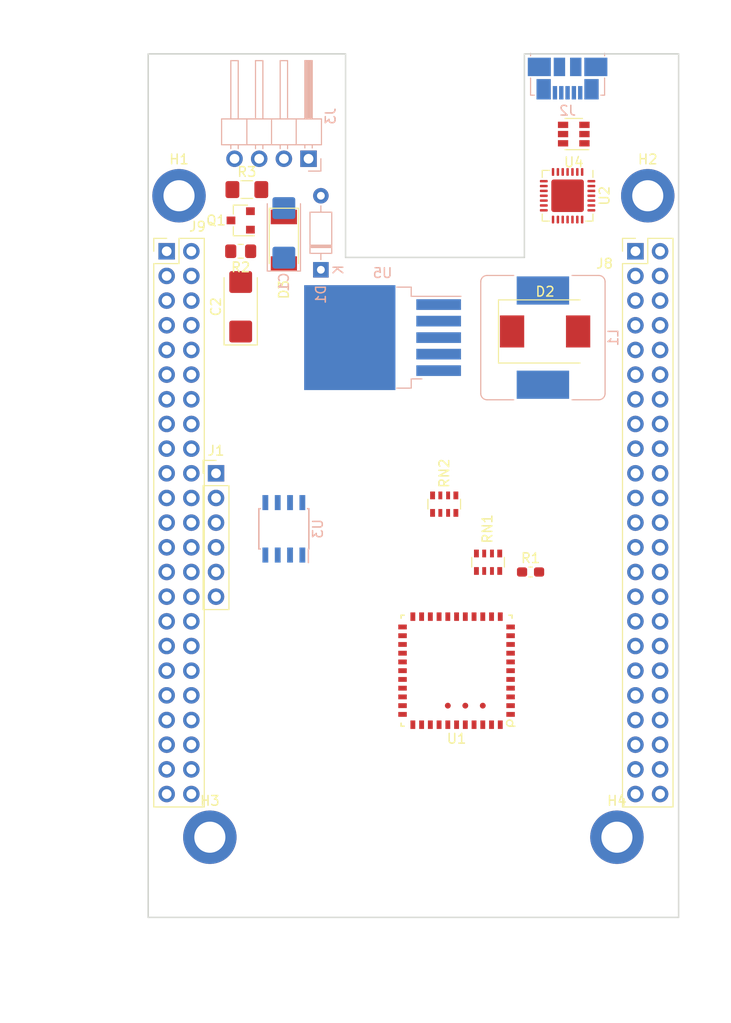
<source format=kicad_pcb>
(kicad_pcb (version 20171130) (host pcbnew 5.0.2+dfsg1-1)

  (general
    (thickness 1.6)
    (drawings 10)
    (tracks 0)
    (zones 0)
    (modules 26)
    (nets 172)
  )

  (page A4)
  (layers
    (0 F.Cu signal)
    (31 B.Cu signal)
    (32 B.Adhes user)
    (33 F.Adhes user)
    (34 B.Paste user)
    (35 F.Paste user)
    (36 B.SilkS user)
    (37 F.SilkS user)
    (38 B.Mask user)
    (39 F.Mask user)
    (40 Dwgs.User user)
    (41 Cmts.User user)
    (42 Eco1.User user)
    (43 Eco2.User user)
    (44 Edge.Cuts user)
    (45 Margin user)
    (46 B.CrtYd user)
    (47 F.CrtYd user)
    (48 B.Fab user)
    (49 F.Fab user)
  )

  (setup
    (last_trace_width 0.25)
    (trace_clearance 0.2)
    (zone_clearance 0.508)
    (zone_45_only no)
    (trace_min 0.2)
    (segment_width 0.2)
    (edge_width 0.15)
    (via_size 0.8)
    (via_drill 0.4)
    (via_min_size 0.4)
    (via_min_drill 0.3)
    (uvia_size 0.3)
    (uvia_drill 0.1)
    (uvias_allowed no)
    (uvia_min_size 0.2)
    (uvia_min_drill 0.1)
    (pcb_text_width 0.3)
    (pcb_text_size 1.5 1.5)
    (mod_edge_width 0.15)
    (mod_text_size 1 1)
    (mod_text_width 0.15)
    (pad_size 1.524 1.524)
    (pad_drill 0.762)
    (pad_to_mask_clearance 0.051)
    (solder_mask_min_width 0.25)
    (aux_axis_origin 68.58 29.21)
    (grid_origin 68.58 29.21)
    (visible_elements FFFFFF7F)
    (pcbplotparams
      (layerselection 0x010fc_ffffffff)
      (usegerberextensions false)
      (usegerberattributes false)
      (usegerberadvancedattributes false)
      (creategerberjobfile false)
      (excludeedgelayer true)
      (linewidth 0.100000)
      (plotframeref false)
      (viasonmask false)
      (mode 1)
      (useauxorigin false)
      (hpglpennumber 1)
      (hpglpenspeed 20)
      (hpglpendiameter 15.000000)
      (psnegative false)
      (psa4output false)
      (plotreference true)
      (plotvalue true)
      (plotinvisibletext false)
      (padsonsilk false)
      (subtractmaskfromsilk false)
      (outputformat 1)
      (mirror false)
      (drillshape 1)
      (scaleselection 1)
      (outputdirectory ""))
  )

  (net 0 "")
  (net 1 "Net-(J1-Pad2)")
  (net 2 "Net-(J1-Pad3)")
  (net 3 "Net-(J1-Pad6)")
  (net 4 "Net-(J8-Pad46)")
  (net 5 "Net-(J8-Pad45)")
  (net 6 "Net-(J8-Pad44)")
  (net 7 "Net-(J8-Pad43)")
  (net 8 "Net-(J8-Pad42)")
  (net 9 "Net-(J8-Pad41)")
  (net 10 "Net-(J8-Pad40)")
  (net 11 "Net-(J8-Pad39)")
  (net 12 "Net-(J8-Pad38)")
  (net 13 "Net-(J8-Pad37)")
  (net 14 "Net-(J8-Pad36)")
  (net 15 "Net-(J8-Pad35)")
  (net 16 "Net-(J8-Pad34)")
  (net 17 "Net-(J8-Pad33)")
  (net 18 "Net-(J8-Pad32)")
  (net 19 "Net-(J8-Pad31)")
  (net 20 "Net-(J8-Pad30)")
  (net 21 "Net-(J8-Pad29)")
  (net 22 "Net-(J8-Pad28)")
  (net 23 "Net-(J8-Pad27)")
  (net 24 "Net-(J8-Pad26)")
  (net 25 "Net-(J8-Pad25)")
  (net 26 "Net-(J8-Pad24)")
  (net 27 "Net-(J8-Pad23)")
  (net 28 "Net-(J8-Pad22)")
  (net 29 "Net-(J8-Pad18)")
  (net 30 "Net-(J8-Pad16)")
  (net 31 "Net-(J8-Pad15)")
  (net 32 "Net-(J8-Pad12)")
  (net 33 "Net-(J8-Pad11)")
  (net 34 "Net-(J8-Pad10)")
  (net 35 "Net-(J8-Pad9)")
  (net 36 "Net-(J8-Pad8)")
  (net 37 "Net-(J8-Pad7)")
  (net 38 "Net-(J8-Pad6)")
  (net 39 "Net-(J8-Pad5)")
  (net 40 "Net-(J8-Pad4)")
  (net 41 "Net-(J8-Pad3)")
  (net 42 "Net-(J9-Pad42)")
  (net 43 "Net-(J9-Pad41)")
  (net 44 "Net-(J9-Pad40)")
  (net 45 "Net-(J9-Pad39)")
  (net 46 "Net-(J9-Pad38)")
  (net 47 "Net-(J9-Pad37)")
  (net 48 "Net-(J9-Pad36)")
  (net 49 "Net-(J9-Pad35)")
  (net 50 "Net-(J9-Pad34)")
  (net 51 "Net-(J9-Pad33)")
  (net 52 "Net-(J9-Pad32)")
  (net 53 "Net-(J9-Pad31)")
  (net 54 "Net-(J9-Pad30)")
  (net 55 "Net-(J9-Pad29)")
  (net 56 "Net-(J9-Pad28)")
  (net 57 "Net-(J9-Pad27)")
  (net 58 "Net-(J9-Pad25)")
  (net 59 "Net-(J9-Pad23)")
  (net 60 "Net-(J9-Pad22)")
  (net 61 "Net-(J9-Pad21)")
  (net 62 "Net-(J9-Pad20)")
  (net 63 "Net-(J9-Pad18)")
  (net 64 "Net-(J9-Pad17)")
  (net 65 "Net-(J9-Pad16)")
  (net 66 "Net-(J9-Pad14)")
  (net 67 "Net-(J9-Pad13)")
  (net 68 "Net-(J9-Pad12)")
  (net 69 "Net-(J9-Pad11)")
  (net 70 "Net-(J9-Pad10)")
  (net 71 "Net-(J9-Pad9)")
  (net 72 "Net-(J9-Pad8)")
  (net 73 "Net-(J9-Pad7)")
  (net 74 "Net-(J9-Pad4)")
  (net 75 "Net-(J9-Pad3)")
  (net 76 "Net-(U1-Pad2)")
  (net 77 "Net-(U1-Pad4)")
  (net 78 "Net-(U1-Pad5)")
  (net 79 "Net-(U1-Pad6)")
  (net 80 "Net-(U1-Pad7)")
  (net 81 "Net-(U1-Pad8)")
  (net 82 "Net-(U1-Pad9)")
  (net 83 "Net-(U1-Pad10)")
  (net 84 "Net-(U1-Pad11)")
  (net 85 "Net-(U1-Pad21)")
  (net 86 "Net-(U1-Pad23)")
  (net 87 "Net-(U1-Pad24)")
  (net 88 "Net-(U1-Pad25)")
  (net 89 "Net-(U1-Pad26)")
  (net 90 "Net-(U1-Pad27)")
  (net 91 "Net-(U1-Pad28)")
  (net 92 "Net-(U1-Pad29)")
  (net 93 "Net-(U1-Pad30)")
  (net 94 "Net-(U1-Pad32)")
  (net 95 "Net-(U1-Pad34)")
  (net 96 "Net-(U1-Pad35)")
  (net 97 "Net-(U1-Pad37)")
  (net 98 "Net-(U1-Pad38)")
  (net 99 "Net-(U1-Pad39)")
  (net 100 "Net-(U1-Pad40)")
  (net 101 "Net-(U1-Pad41)")
  (net 102 "Net-(U1-Pad42)")
  (net 103 "Net-(U1-Pad43)")
  (net 104 "Net-(U1-Pad44)")
  (net 105 "Net-(U1-Pad47)")
  (net 106 "Net-(U1-Pad46)")
  (net 107 "Net-(U1-Pad45)")
  (net 108 "Net-(U2-Pad1)")
  (net 109 "Net-(U2-Pad4)")
  (net 110 "Net-(U2-Pad5)")
  (net 111 "Net-(U2-Pad6)")
  (net 112 "Net-(U2-Pad7)")
  (net 113 "Net-(U2-Pad9)")
  (net 114 "Net-(U2-Pad10)")
  (net 115 "Net-(U2-Pad11)")
  (net 116 "Net-(U2-Pad12)")
  (net 117 "Net-(U2-Pad13)")
  (net 118 "Net-(U2-Pad14)")
  (net 119 "Net-(U2-Pad15)")
  (net 120 "Net-(U2-Pad16)")
  (net 121 "Net-(U2-Pad17)")
  (net 122 "Net-(U2-Pad18)")
  (net 123 "Net-(U2-Pad19)")
  (net 124 "Net-(U2-Pad22)")
  (net 125 "Net-(U2-Pad23)")
  (net 126 GNDD)
  (net 127 "Net-(J9-Pad19)")
  (net 128 "Net-(J9-Pad15)")
  (net 129 +5V)
  (net 130 B_UART0_RX)
  (net 131 B_UART0_TX)
  (net 132 B_DCAN1_TX)
  (net 133 B_DCAN1_RX)
  (net 134 "Net-(J2-Pad3)")
  (net 135 "Net-(J2-Pad2)")
  (net 136 "Net-(J2-Pad1)")
  (net 137 "Net-(J2-Pad4)")
  (net 138 B_MMC1_CLK)
  (net 139 B_MMC1_DAT0)
  (net 140 B_MMC1_DAT3)
  (net 141 B_MMC1_DAT2)
  (net 142 B_MMC1_DAT1)
  (net 143 "Net-(RN1-Pad1)")
  (net 144 "Net-(RN1-Pad2)")
  (net 145 "Net-(RN1-Pad7)")
  (net 146 "Net-(RN1-Pad8)")
  (net 147 "Net-(RN1-Pad6)")
  (net 148 "Net-(RN1-Pad5)")
  (net 149 "Net-(RN2-Pad5)")
  (net 150 "Net-(RN2-Pad6)")
  (net 151 "Net-(RN2-Pad8)")
  (net 152 "Net-(RN2-Pad7)")
  (net 153 B_MMC1_CMD)
  (net 154 "Net-(J2-Pad6)")
  (net 155 "Net-(J3-Pad3)")
  (net 156 "Net-(J3-Pad4)")
  (net 157 "Net-(U2-Pad2)")
  (net 158 "Net-(U2-Pad20)")
  (net 159 "Net-(U2-Pad21)")
  (net 160 "Net-(U3-Pad5)")
  (net 161 "Net-(U3-Pad8)")
  (net 162 "Net-(R1-Pad1)")
  (net 163 "Net-(R1-Pad2)")
  (net 164 "Net-(U2-Pad27)")
  (net 165 "Net-(C1-Pad1)")
  (net 166 "Net-(D2-Pad1)")
  (net 167 "Net-(D3-Pad2)")
  (net 168 +12P)
  (net 169 "Net-(Q1-Pad3)")
  (net 170 "Net-(U2-Pad26)")
  (net 171 "Net-(U2-Pad25)")

  (net_class Default "Это класс цепей по умолчанию."
    (clearance 0.2)
    (trace_width 0.25)
    (via_dia 0.8)
    (via_drill 0.4)
    (uvia_dia 0.3)
    (uvia_drill 0.1)
    (add_net +12P)
    (add_net +5V)
    (add_net B_DCAN1_RX)
    (add_net B_DCAN1_TX)
    (add_net B_MMC1_CLK)
    (add_net B_MMC1_CMD)
    (add_net B_MMC1_DAT0)
    (add_net B_MMC1_DAT1)
    (add_net B_MMC1_DAT2)
    (add_net B_MMC1_DAT3)
    (add_net B_UART0_RX)
    (add_net B_UART0_TX)
    (add_net GNDD)
    (add_net "Net-(C1-Pad1)")
    (add_net "Net-(D2-Pad1)")
    (add_net "Net-(D3-Pad2)")
    (add_net "Net-(J1-Pad2)")
    (add_net "Net-(J1-Pad3)")
    (add_net "Net-(J1-Pad6)")
    (add_net "Net-(J2-Pad1)")
    (add_net "Net-(J2-Pad2)")
    (add_net "Net-(J2-Pad3)")
    (add_net "Net-(J2-Pad4)")
    (add_net "Net-(J2-Pad6)")
    (add_net "Net-(J3-Pad3)")
    (add_net "Net-(J3-Pad4)")
    (add_net "Net-(J8-Pad10)")
    (add_net "Net-(J8-Pad11)")
    (add_net "Net-(J8-Pad12)")
    (add_net "Net-(J8-Pad15)")
    (add_net "Net-(J8-Pad16)")
    (add_net "Net-(J8-Pad18)")
    (add_net "Net-(J8-Pad22)")
    (add_net "Net-(J8-Pad23)")
    (add_net "Net-(J8-Pad24)")
    (add_net "Net-(J8-Pad25)")
    (add_net "Net-(J8-Pad26)")
    (add_net "Net-(J8-Pad27)")
    (add_net "Net-(J8-Pad28)")
    (add_net "Net-(J8-Pad29)")
    (add_net "Net-(J8-Pad3)")
    (add_net "Net-(J8-Pad30)")
    (add_net "Net-(J8-Pad31)")
    (add_net "Net-(J8-Pad32)")
    (add_net "Net-(J8-Pad33)")
    (add_net "Net-(J8-Pad34)")
    (add_net "Net-(J8-Pad35)")
    (add_net "Net-(J8-Pad36)")
    (add_net "Net-(J8-Pad37)")
    (add_net "Net-(J8-Pad38)")
    (add_net "Net-(J8-Pad39)")
    (add_net "Net-(J8-Pad4)")
    (add_net "Net-(J8-Pad40)")
    (add_net "Net-(J8-Pad41)")
    (add_net "Net-(J8-Pad42)")
    (add_net "Net-(J8-Pad43)")
    (add_net "Net-(J8-Pad44)")
    (add_net "Net-(J8-Pad45)")
    (add_net "Net-(J8-Pad46)")
    (add_net "Net-(J8-Pad5)")
    (add_net "Net-(J8-Pad6)")
    (add_net "Net-(J8-Pad7)")
    (add_net "Net-(J8-Pad8)")
    (add_net "Net-(J8-Pad9)")
    (add_net "Net-(J9-Pad10)")
    (add_net "Net-(J9-Pad11)")
    (add_net "Net-(J9-Pad12)")
    (add_net "Net-(J9-Pad13)")
    (add_net "Net-(J9-Pad14)")
    (add_net "Net-(J9-Pad15)")
    (add_net "Net-(J9-Pad16)")
    (add_net "Net-(J9-Pad17)")
    (add_net "Net-(J9-Pad18)")
    (add_net "Net-(J9-Pad19)")
    (add_net "Net-(J9-Pad20)")
    (add_net "Net-(J9-Pad21)")
    (add_net "Net-(J9-Pad22)")
    (add_net "Net-(J9-Pad23)")
    (add_net "Net-(J9-Pad25)")
    (add_net "Net-(J9-Pad27)")
    (add_net "Net-(J9-Pad28)")
    (add_net "Net-(J9-Pad29)")
    (add_net "Net-(J9-Pad3)")
    (add_net "Net-(J9-Pad30)")
    (add_net "Net-(J9-Pad31)")
    (add_net "Net-(J9-Pad32)")
    (add_net "Net-(J9-Pad33)")
    (add_net "Net-(J9-Pad34)")
    (add_net "Net-(J9-Pad35)")
    (add_net "Net-(J9-Pad36)")
    (add_net "Net-(J9-Pad37)")
    (add_net "Net-(J9-Pad38)")
    (add_net "Net-(J9-Pad39)")
    (add_net "Net-(J9-Pad4)")
    (add_net "Net-(J9-Pad40)")
    (add_net "Net-(J9-Pad41)")
    (add_net "Net-(J9-Pad42)")
    (add_net "Net-(J9-Pad7)")
    (add_net "Net-(J9-Pad8)")
    (add_net "Net-(J9-Pad9)")
    (add_net "Net-(Q1-Pad3)")
    (add_net "Net-(R1-Pad1)")
    (add_net "Net-(R1-Pad2)")
    (add_net "Net-(RN1-Pad1)")
    (add_net "Net-(RN1-Pad2)")
    (add_net "Net-(RN1-Pad5)")
    (add_net "Net-(RN1-Pad6)")
    (add_net "Net-(RN1-Pad7)")
    (add_net "Net-(RN1-Pad8)")
    (add_net "Net-(RN2-Pad5)")
    (add_net "Net-(RN2-Pad6)")
    (add_net "Net-(RN2-Pad7)")
    (add_net "Net-(RN2-Pad8)")
    (add_net "Net-(U1-Pad10)")
    (add_net "Net-(U1-Pad11)")
    (add_net "Net-(U1-Pad2)")
    (add_net "Net-(U1-Pad21)")
    (add_net "Net-(U1-Pad23)")
    (add_net "Net-(U1-Pad24)")
    (add_net "Net-(U1-Pad25)")
    (add_net "Net-(U1-Pad26)")
    (add_net "Net-(U1-Pad27)")
    (add_net "Net-(U1-Pad28)")
    (add_net "Net-(U1-Pad29)")
    (add_net "Net-(U1-Pad30)")
    (add_net "Net-(U1-Pad32)")
    (add_net "Net-(U1-Pad34)")
    (add_net "Net-(U1-Pad35)")
    (add_net "Net-(U1-Pad37)")
    (add_net "Net-(U1-Pad38)")
    (add_net "Net-(U1-Pad39)")
    (add_net "Net-(U1-Pad4)")
    (add_net "Net-(U1-Pad40)")
    (add_net "Net-(U1-Pad41)")
    (add_net "Net-(U1-Pad42)")
    (add_net "Net-(U1-Pad43)")
    (add_net "Net-(U1-Pad44)")
    (add_net "Net-(U1-Pad45)")
    (add_net "Net-(U1-Pad46)")
    (add_net "Net-(U1-Pad47)")
    (add_net "Net-(U1-Pad5)")
    (add_net "Net-(U1-Pad6)")
    (add_net "Net-(U1-Pad7)")
    (add_net "Net-(U1-Pad8)")
    (add_net "Net-(U1-Pad9)")
    (add_net "Net-(U2-Pad1)")
    (add_net "Net-(U2-Pad10)")
    (add_net "Net-(U2-Pad11)")
    (add_net "Net-(U2-Pad12)")
    (add_net "Net-(U2-Pad13)")
    (add_net "Net-(U2-Pad14)")
    (add_net "Net-(U2-Pad15)")
    (add_net "Net-(U2-Pad16)")
    (add_net "Net-(U2-Pad17)")
    (add_net "Net-(U2-Pad18)")
    (add_net "Net-(U2-Pad19)")
    (add_net "Net-(U2-Pad2)")
    (add_net "Net-(U2-Pad20)")
    (add_net "Net-(U2-Pad21)")
    (add_net "Net-(U2-Pad22)")
    (add_net "Net-(U2-Pad23)")
    (add_net "Net-(U2-Pad25)")
    (add_net "Net-(U2-Pad26)")
    (add_net "Net-(U2-Pad27)")
    (add_net "Net-(U2-Pad4)")
    (add_net "Net-(U2-Pad5)")
    (add_net "Net-(U2-Pad6)")
    (add_net "Net-(U2-Pad7)")
    (add_net "Net-(U2-Pad9)")
    (add_net "Net-(U3-Pad5)")
    (add_net "Net-(U3-Pad8)")
  )

  (module Diode_THT:D_DO-35_SOD27_P7.62mm_Horizontal (layer B.Cu) (tedit 5ED17133) (tstamp 5EE73A1D)
    (at 86.36 51.435 90)
    (descr "Diode, DO-35_SOD27 series, Axial, Horizontal, pin pitch=7.62mm, , length*diameter=4*2mm^2, , http://www.diodes.com/_files/packages/DO-35.pdf")
    (tags "Diode DO-35_SOD27 series Axial Horizontal pin pitch 7.62mm  length 4mm diameter 2mm")
    (path /5ED141AA/5ED1F363)
    (fp_text reference D1 (at -2.54 0 90) (layer B.SilkS)
      (effects (font (size 1 1) (thickness 0.15)) (justify mirror))
    )
    (fp_text value ZPDxx (at 3.81 -2.12 90) (layer B.Fab) hide
      (effects (font (size 1 1) (thickness 0.15)) (justify mirror))
    )
    (fp_text user K (at 0 1.8 90) (layer B.SilkS)
      (effects (font (size 1 1) (thickness 0.15)) (justify mirror))
    )
    (fp_text user K (at 0 1.8 90) (layer B.Fab)
      (effects (font (size 1 1) (thickness 0.15)) (justify mirror))
    )
    (fp_text user %R (at 4.11 0 90) (layer B.Fab)
      (effects (font (size 0.8 0.8) (thickness 0.12)) (justify mirror))
    )
    (fp_line (start 8.67 1.25) (end -1.05 1.25) (layer B.CrtYd) (width 0.05))
    (fp_line (start 8.67 -1.25) (end 8.67 1.25) (layer B.CrtYd) (width 0.05))
    (fp_line (start -1.05 -1.25) (end 8.67 -1.25) (layer B.CrtYd) (width 0.05))
    (fp_line (start -1.05 1.25) (end -1.05 -1.25) (layer B.CrtYd) (width 0.05))
    (fp_line (start 2.29 1.12) (end 2.29 -1.12) (layer B.SilkS) (width 0.12))
    (fp_line (start 2.53 1.12) (end 2.53 -1.12) (layer B.SilkS) (width 0.12))
    (fp_line (start 2.41 1.12) (end 2.41 -1.12) (layer B.SilkS) (width 0.12))
    (fp_line (start 6.58 0) (end 5.93 0) (layer B.SilkS) (width 0.12))
    (fp_line (start 1.04 0) (end 1.69 0) (layer B.SilkS) (width 0.12))
    (fp_line (start 5.93 1.12) (end 1.69 1.12) (layer B.SilkS) (width 0.12))
    (fp_line (start 5.93 -1.12) (end 5.93 1.12) (layer B.SilkS) (width 0.12))
    (fp_line (start 1.69 -1.12) (end 5.93 -1.12) (layer B.SilkS) (width 0.12))
    (fp_line (start 1.69 1.12) (end 1.69 -1.12) (layer B.SilkS) (width 0.12))
    (fp_line (start 2.31 1) (end 2.31 -1) (layer B.Fab) (width 0.1))
    (fp_line (start 2.51 1) (end 2.51 -1) (layer B.Fab) (width 0.1))
    (fp_line (start 2.41 1) (end 2.41 -1) (layer B.Fab) (width 0.1))
    (fp_line (start 7.62 0) (end 5.81 0) (layer B.Fab) (width 0.1))
    (fp_line (start 0 0) (end 1.81 0) (layer B.Fab) (width 0.1))
    (fp_line (start 5.81 1) (end 1.81 1) (layer B.Fab) (width 0.1))
    (fp_line (start 5.81 -1) (end 5.81 1) (layer B.Fab) (width 0.1))
    (fp_line (start 1.81 -1) (end 5.81 -1) (layer B.Fab) (width 0.1))
    (fp_line (start 1.81 1) (end 1.81 -1) (layer B.Fab) (width 0.1))
    (pad 2 thru_hole oval (at 7.62 0 90) (size 1.6 1.6) (drill 0.8) (layers *.Cu *.Mask)
      (net 126 GNDD))
    (pad 1 thru_hole rect (at 0 0 90) (size 1.6 1.6) (drill 0.8) (layers *.Cu *.Mask)
      (net 165 "Net-(C1-Pad1)"))
    (model ${KISYS3DMOD}/Diode_THT.3dshapes/D_DO-35_SOD27_P7.62mm_Horizontal.wrl
      (at (xyz 0 0 0))
      (scale (xyz 1 1 1))
      (rotate (xyz 0 0 0))
    )
  )

  (module Inductor_SMD:L_Bourns_SRR1260 (layer B.Cu) (tedit 5A71B056) (tstamp 5EE73A84)
    (at 109.22 58.42 90)
    (descr "Bourns SRR1260 series SMD inductor http://www.bourns.com/docs/Product-Datasheets/SRR1260.pdf")
    (tags "Bourns SRR1260 SMD inductor")
    (path /5ED141AA/5ED0CBC0)
    (attr smd)
    (fp_text reference L1 (at 0 7.25 90) (layer B.SilkS)
      (effects (font (size 1 1) (thickness 0.15)) (justify mirror))
    )
    (fp_text value L (at 0 -7.4 90) (layer B.Fab)
      (effects (font (size 1 1) (thickness 0.15)) (justify mirror))
    )
    (fp_arc (start 5.75 5.75) (end 6.5 5.75) (angle 90) (layer B.CrtYd) (width 0.05))
    (fp_arc (start 5.75 -5.75) (end 5.75 -6.5) (angle 90) (layer B.CrtYd) (width 0.05))
    (fp_arc (start -5.75 -5.75) (end -6.5 -5.75) (angle 90) (layer B.CrtYd) (width 0.05))
    (fp_arc (start -5.75 5.75) (end -5.75 6.5) (angle 90) (layer B.CrtYd) (width 0.05))
    (fp_arc (start 5.75 5.75) (end 6.4 5.75) (angle 90) (layer B.SilkS) (width 0.12))
    (fp_arc (start 5.75 -5.75) (end 5.75 -6.4) (angle 90) (layer B.SilkS) (width 0.12))
    (fp_arc (start -5.75 -5.75) (end -6.4 -5.75) (angle 90) (layer B.SilkS) (width 0.12))
    (fp_arc (start -5.75 5.75) (end -5.75 6.4) (angle 90) (layer B.SilkS) (width 0.12))
    (fp_line (start 6.4 -3) (end 6.4 -5.75) (layer B.SilkS) (width 0.12))
    (fp_line (start -6.4 -3) (end -6.4 -5.75) (layer B.SilkS) (width 0.12))
    (fp_arc (start -5.75 -5.75) (end -6.25 -5.75) (angle 90) (layer B.Fab) (width 0.1))
    (fp_arc (start 5.75 -5.75) (end 5.75 -6.25) (angle 90) (layer B.Fab) (width 0.1))
    (fp_arc (start 5.75 5.75) (end 6.25 5.75) (angle 90) (layer B.Fab) (width 0.1))
    (fp_arc (start -5.75 5.75) (end -5.75 6.25) (angle 90) (layer B.Fab) (width 0.1))
    (fp_text user %R (at 0 0 90) (layer B.Fab)
      (effects (font (size 1 1) (thickness 0.15)) (justify mirror))
    )
    (fp_line (start 6.5 5.75) (end 6.5 -5.75) (layer B.CrtYd) (width 0.05))
    (fp_line (start 5.75 -6.5) (end -5.75 -6.5) (layer B.CrtYd) (width 0.05))
    (fp_line (start -6.5 -5.75) (end -6.5 5.75) (layer B.CrtYd) (width 0.05))
    (fp_line (start -5.75 6.5) (end 5.75 6.5) (layer B.CrtYd) (width 0.05))
    (fp_line (start 6.4 5.75) (end 6.4 3) (layer B.SilkS) (width 0.12))
    (fp_line (start 5.75 -6.4) (end -5.75 -6.4) (layer B.SilkS) (width 0.12))
    (fp_line (start -6.4 5.75) (end -6.4 3) (layer B.SilkS) (width 0.12))
    (fp_line (start -5.75 6.4) (end 5.75 6.4) (layer B.SilkS) (width 0.12))
    (fp_line (start 4 2) (end 4 -2) (layer B.Fab) (width 0.1))
    (fp_line (start 6.25 5.75) (end 6.25 -5.75) (layer B.Fab) (width 0.1))
    (fp_line (start 5.75 -6.25) (end -5.75 -6.25) (layer B.Fab) (width 0.1))
    (fp_line (start -6.25 5.75) (end -6.25 -5.75) (layer B.Fab) (width 0.1))
    (fp_line (start -4 -2) (end -4 2) (layer B.Fab) (width 0.1))
    (fp_line (start -5.75 6.25) (end 5.75 6.25) (layer B.Fab) (width 0.1))
    (fp_circle (center 0 0) (end 0 5.6) (layer B.Fab) (width 0.1))
    (pad 1 smd rect (at -4.85 0 90) (size 2.9 5.4) (layers B.Cu B.Paste B.Mask)
      (net 129 +5V))
    (pad 2 smd rect (at 4.85 0 90) (size 2.9 5.4) (layers B.Cu B.Paste B.Mask)
      (net 166 "Net-(D2-Pad1)"))
    (model ${KISYS3DMOD}/Inductor_SMD.3dshapes/L_Bourns_SRR1260.wrl
      (at (xyz 0 0 0))
      (scale (xyz 1 1 1))
      (rotate (xyz 0 0 0))
    )
  )

  (module Package_DFN_QFN:QFN-28-1EP_5x5mm_P0.5mm_EP3.35x3.35mm (layer F.Cu) (tedit 5ED1777E) (tstamp 5EEF2FAE)
    (at 111.76 43.815 270)
    (descr "QFN, 28 Pin (http://ww1.microchip.com/downloads/en/PackagingSpec/00000049BQ.pdf (Page 283)), generated with kicad-footprint-generator ipc_dfn_qfn_generator.py")
    (tags "QFN DFN_QFN")
    (path /5ECE79DA/5ED231E5)
    (attr smd)
    (fp_text reference U2 (at 0 -3.8 270) (layer F.SilkS)
      (effects (font (size 1 1) (thickness 0.15)))
    )
    (fp_text value CP2102 (at 0 3.8) (layer F.Fab) hide
      (effects (font (size 1 1) (thickness 0.15)))
    )
    (fp_text user %R (at 0 0 270) (layer F.Fab)
      (effects (font (size 1 1) (thickness 0.15)))
    )
    (fp_line (start 3.1 -3.1) (end -3.1 -3.1) (layer F.CrtYd) (width 0.05))
    (fp_line (start 3.1 3.1) (end 3.1 -3.1) (layer F.CrtYd) (width 0.05))
    (fp_line (start -3.1 3.1) (end 3.1 3.1) (layer F.CrtYd) (width 0.05))
    (fp_line (start -3.1 -3.1) (end -3.1 3.1) (layer F.CrtYd) (width 0.05))
    (fp_line (start -2.5 -1.5) (end -1.5 -2.5) (layer F.Fab) (width 0.1))
    (fp_line (start -2.5 2.5) (end -2.5 -1.5) (layer F.Fab) (width 0.1))
    (fp_line (start 2.5 2.5) (end -2.5 2.5) (layer F.Fab) (width 0.1))
    (fp_line (start 2.5 -2.5) (end 2.5 2.5) (layer F.Fab) (width 0.1))
    (fp_line (start -1.5 -2.5) (end 2.5 -2.5) (layer F.Fab) (width 0.1))
    (fp_line (start -1.885 -2.61) (end -2.61 -2.61) (layer F.SilkS) (width 0.12))
    (fp_line (start 2.61 2.61) (end 2.61 1.885) (layer F.SilkS) (width 0.12))
    (fp_line (start 1.885 2.61) (end 2.61 2.61) (layer F.SilkS) (width 0.12))
    (fp_line (start -2.61 2.61) (end -2.61 1.885) (layer F.SilkS) (width 0.12))
    (fp_line (start -1.885 2.61) (end -2.61 2.61) (layer F.SilkS) (width 0.12))
    (fp_line (start 2.61 -2.61) (end 2.61 -1.885) (layer F.SilkS) (width 0.12))
    (fp_line (start 1.885 -2.61) (end 2.61 -2.61) (layer F.SilkS) (width 0.12))
    (pad 28 smd roundrect (at -1.5 -2.45 270) (size 0.25 0.8) (layers F.Cu F.Paste F.Mask) (roundrect_rratio 0.25)
      (net 164 "Net-(U2-Pad27)"))
    (pad 27 smd roundrect (at -1 -2.45 270) (size 0.25 0.8) (layers F.Cu F.Paste F.Mask) (roundrect_rratio 0.25)
      (net 164 "Net-(U2-Pad27)"))
    (pad 26 smd roundrect (at -0.5 -2.45 270) (size 0.25 0.8) (layers F.Cu F.Paste F.Mask) (roundrect_rratio 0.25)
      (net 170 "Net-(U2-Pad26)"))
    (pad 25 smd roundrect (at 0 -2.45 270) (size 0.25 0.8) (layers F.Cu F.Paste F.Mask) (roundrect_rratio 0.25)
      (net 171 "Net-(U2-Pad25)"))
    (pad 24 smd roundrect (at 0.5 -2.45 270) (size 0.25 0.8) (layers F.Cu F.Paste F.Mask) (roundrect_rratio 0.25)
      (net 125 "Net-(U2-Pad23)"))
    (pad 23 smd roundrect (at 1 -2.45 270) (size 0.25 0.8) (layers F.Cu F.Paste F.Mask) (roundrect_rratio 0.25)
      (net 125 "Net-(U2-Pad23)"))
    (pad 22 smd roundrect (at 1.5 -2.45 270) (size 0.25 0.8) (layers F.Cu F.Paste F.Mask) (roundrect_rratio 0.25)
      (net 124 "Net-(U2-Pad22)"))
    (pad 21 smd roundrect (at 2.45 -1.5 270) (size 0.8 0.25) (layers F.Cu F.Paste F.Mask) (roundrect_rratio 0.25)
      (net 159 "Net-(U2-Pad21)"))
    (pad 20 smd roundrect (at 2.45 -1 270) (size 0.8 0.25) (layers F.Cu F.Paste F.Mask) (roundrect_rratio 0.25)
      (net 158 "Net-(U2-Pad20)"))
    (pad 19 smd roundrect (at 2.45 -0.5 270) (size 0.8 0.25) (layers F.Cu F.Paste F.Mask) (roundrect_rratio 0.25)
      (net 123 "Net-(U2-Pad19)"))
    (pad 18 smd roundrect (at 2.45 0 270) (size 0.8 0.25) (layers F.Cu F.Paste F.Mask) (roundrect_rratio 0.25)
      (net 122 "Net-(U2-Pad18)"))
    (pad 17 smd roundrect (at 2.45 0.5 270) (size 0.8 0.25) (layers F.Cu F.Paste F.Mask) (roundrect_rratio 0.25)
      (net 121 "Net-(U2-Pad17)"))
    (pad 16 smd roundrect (at 2.45 1 270) (size 0.8 0.25) (layers F.Cu F.Paste F.Mask) (roundrect_rratio 0.25)
      (net 120 "Net-(U2-Pad16)"))
    (pad 15 smd roundrect (at 2.45 1.5 270) (size 0.8 0.25) (layers F.Cu F.Paste F.Mask) (roundrect_rratio 0.25)
      (net 119 "Net-(U2-Pad15)"))
    (pad 14 smd roundrect (at 1.5 2.45 270) (size 0.25 0.8) (layers F.Cu F.Paste F.Mask) (roundrect_rratio 0.25)
      (net 118 "Net-(U2-Pad14)"))
    (pad 13 smd roundrect (at 1 2.45 270) (size 0.25 0.8) (layers F.Cu F.Paste F.Mask) (roundrect_rratio 0.25)
      (net 117 "Net-(U2-Pad13)"))
    (pad 12 smd roundrect (at 0.5 2.45 270) (size 0.25 0.8) (layers F.Cu F.Paste F.Mask) (roundrect_rratio 0.25)
      (net 116 "Net-(U2-Pad12)"))
    (pad 11 smd roundrect (at 0 2.45 270) (size 0.25 0.8) (layers F.Cu F.Paste F.Mask) (roundrect_rratio 0.25)
      (net 115 "Net-(U2-Pad11)"))
    (pad 10 smd roundrect (at -0.5 2.45 270) (size 0.25 0.8) (layers F.Cu F.Paste F.Mask) (roundrect_rratio 0.25)
      (net 114 "Net-(U2-Pad10)"))
    (pad 9 smd roundrect (at -1 2.45 270) (size 0.25 0.8) (layers F.Cu F.Paste F.Mask) (roundrect_rratio 0.25)
      (net 113 "Net-(U2-Pad9)"))
    (pad 8 smd roundrect (at -1.5 2.45 270) (size 0.25 0.8) (layers F.Cu F.Paste F.Mask) (roundrect_rratio 0.25)
      (net 136 "Net-(J2-Pad1)"))
    (pad 7 smd roundrect (at -2.45 1.5 270) (size 0.8 0.25) (layers F.Cu F.Paste F.Mask) (roundrect_rratio 0.25)
      (net 112 "Net-(U2-Pad7)"))
    (pad 6 smd roundrect (at -2.45 1 270) (size 0.8 0.25) (layers F.Cu F.Paste F.Mask) (roundrect_rratio 0.25)
      (net 111 "Net-(U2-Pad6)"))
    (pad 5 smd roundrect (at -2.45 0.5 270) (size 0.8 0.25) (layers F.Cu F.Paste F.Mask) (roundrect_rratio 0.25)
      (net 110 "Net-(U2-Pad5)"))
    (pad 4 smd roundrect (at -2.45 0 270) (size 0.8 0.25) (layers F.Cu F.Paste F.Mask) (roundrect_rratio 0.25)
      (net 109 "Net-(U2-Pad4)"))
    (pad 3 smd roundrect (at -2.45 -0.5 270) (size 0.8 0.25) (layers F.Cu F.Paste F.Mask) (roundrect_rratio 0.25)
      (net 126 GNDD))
    (pad 2 smd roundrect (at -2.45 -1 270) (size 0.8 0.25) (layers F.Cu F.Paste F.Mask) (roundrect_rratio 0.25)
      (net 157 "Net-(U2-Pad2)"))
    (pad 1 smd roundrect (at -2.45 -1.5 270) (size 0.8 0.25) (layers F.Cu F.Paste F.Mask) (roundrect_rratio 0.25)
      (net 108 "Net-(U2-Pad1)"))
    (pad "" smd roundrect (at 1.12 1.12 270) (size 0.9 0.9) (layers F.Paste) (roundrect_rratio 0.25))
    (pad "" smd roundrect (at 1.12 0 270) (size 0.9 0.9) (layers F.Paste) (roundrect_rratio 0.25))
    (pad "" smd roundrect (at 1.12 -1.12 270) (size 0.9 0.9) (layers F.Paste) (roundrect_rratio 0.25))
    (pad "" smd roundrect (at 0 1.12 270) (size 0.9 0.9) (layers F.Paste) (roundrect_rratio 0.25))
    (pad "" smd roundrect (at 0 0 270) (size 0.9 0.9) (layers F.Paste) (roundrect_rratio 0.25))
    (pad "" smd roundrect (at 0 -1.12 270) (size 0.9 0.9) (layers F.Paste) (roundrect_rratio 0.25))
    (pad "" smd roundrect (at -1.12 1.12 270) (size 0.9 0.9) (layers F.Paste) (roundrect_rratio 0.25))
    (pad "" smd roundrect (at -1.12 0 270) (size 0.9 0.9) (layers F.Paste) (roundrect_rratio 0.25))
    (pad "" smd roundrect (at -1.12 -1.12 270) (size 0.9 0.9) (layers F.Paste) (roundrect_rratio 0.25))
    (pad 29 smd roundrect (at 0 0 270) (size 3.35 3.35) (layers F.Cu F.Mask) (roundrect_rratio 0.074627)
      (net 126 GNDD))
    (model ${KISYS3DMOD}/Package_DFN_QFN.3dshapes/QFN-28-1EP_5x5mm_P0.5mm_EP3.35x3.35mm.wrl
      (at (xyz 0 0 0))
      (scale (xyz 1 1 1))
      (rotate (xyz 0 0 0))
    )
  )

  (module MountingHole:MountingHole_3.2mm_M3_ISO14580_Pad (layer F.Cu) (tedit 5ED17ADA) (tstamp 5EF188A3)
    (at 120.015 43.815)
    (descr "Mounting Hole 3.2mm, M3, ISO14580")
    (tags "mounting hole 3.2mm m3 iso14580")
    (path /5ECE3BE8/5ECF701F)
    (attr virtual)
    (fp_text reference H2 (at 0 -3.75) (layer F.SilkS)
      (effects (font (size 1 1) (thickness 0.15)))
    )
    (fp_text value MountingHole_Pad (at 0 3.75) (layer F.Fab) hide
      (effects (font (size 1 1) (thickness 0.15)))
    )
    (fp_circle (center 0 0) (end 3 0) (layer F.CrtYd) (width 0.05))
    (fp_circle (center 0 0) (end 2.75 0) (layer Cmts.User) (width 0.15))
    (fp_text user %R (at 0.3 0) (layer F.Fab)
      (effects (font (size 1 1) (thickness 0.15)))
    )
    (pad 1 thru_hole circle (at 0 0) (size 5.5 5.5) (drill 3.2) (layers *.Cu *.Mask)
      (net 126 GNDD))
  )

  (module MountingHole:MountingHole_3.2mm_M3_ISO14580_Pad (layer F.Cu) (tedit 56D1B4CB) (tstamp 5EF188AB)
    (at 74.93 109.855)
    (descr "Mounting Hole 3.2mm, M3, ISO14580")
    (tags "mounting hole 3.2mm m3 iso14580")
    (path /5ECE3BE8/5ECF70B0)
    (attr virtual)
    (fp_text reference H3 (at 0 -3.75) (layer F.SilkS)
      (effects (font (size 1 1) (thickness 0.15)))
    )
    (fp_text value MountingHole_Pad (at 0 3.75) (layer F.Fab)
      (effects (font (size 1 1) (thickness 0.15)))
    )
    (fp_circle (center 0 0) (end 3 0) (layer F.CrtYd) (width 0.05))
    (fp_circle (center 0 0) (end 2.75 0) (layer Cmts.User) (width 0.15))
    (fp_text user %R (at 0.3 0) (layer F.Fab)
      (effects (font (size 1 1) (thickness 0.15)))
    )
    (pad 1 thru_hole circle (at 0 0) (size 5.5 5.5) (drill 3.2) (layers *.Cu *.Mask)
      (net 126 GNDD))
  )

  (module MountingHole:MountingHole_3.2mm_M3_ISO14580_Pad (layer F.Cu) (tedit 56D1B4CB) (tstamp 5EF188B3)
    (at 116.84 109.855)
    (descr "Mounting Hole 3.2mm, M3, ISO14580")
    (tags "mounting hole 3.2mm m3 iso14580")
    (path /5ECE3BE8/5ECF710E)
    (attr virtual)
    (fp_text reference H4 (at 0 -3.75) (layer F.SilkS)
      (effects (font (size 1 1) (thickness 0.15)))
    )
    (fp_text value MountingHole_Pad (at 0 3.75) (layer F.Fab)
      (effects (font (size 1 1) (thickness 0.15)))
    )
    (fp_circle (center 0 0) (end 3 0) (layer F.CrtYd) (width 0.05))
    (fp_circle (center 0 0) (end 2.75 0) (layer Cmts.User) (width 0.15))
    (fp_text user %R (at 0.3 0) (layer F.Fab)
      (effects (font (size 1 1) (thickness 0.15)))
    )
    (pad 1 thru_hole circle (at 0 0) (size 5.5 5.5) (drill 3.2) (layers *.Cu *.Mask)
      (net 126 GNDD))
  )

  (module MountingHole:MountingHole_3.2mm_M3_ISO14580_Pad (layer F.Cu) (tedit 5ED170F7) (tstamp 5EF1889B)
    (at 71.755 43.815)
    (descr "Mounting Hole 3.2mm, M3, ISO14580")
    (tags "mounting hole 3.2mm m3 iso14580")
    (path /5ECE3BE8/5ECF6FB9)
    (attr virtual)
    (fp_text reference H1 (at 0 -3.75) (layer F.SilkS)
      (effects (font (size 1 1) (thickness 0.15)))
    )
    (fp_text value MountingHole_Pad (at 0 3.75) (layer F.Fab) hide
      (effects (font (size 1 1) (thickness 0.15)))
    )
    (fp_circle (center 0 0) (end 3 0) (layer F.CrtYd) (width 0.05))
    (fp_circle (center 0 0) (end 2.75 0) (layer Cmts.User) (width 0.15))
    (fp_text user %R (at 0.3 0) (layer F.Fab)
      (effects (font (size 1 1) (thickness 0.15)))
    )
    (pad 1 thru_hole circle (at 0 0) (size 5.5 5.5) (drill 3.2) (layers *.Cu *.Mask)
      (net 126 GNDD))
  )

  (module Connector_PinHeader_2.54mm:PinHeader_2x23_P2.54mm_Vertical (layer F.Cu) (tedit 5ECE5ED1) (tstamp 5EEF2872)
    (at 118.745 49.53)
    (descr "Through hole straight pin header, 2x23, 2.54mm pitch, double rows")
    (tags "Through hole pin header THT 2x23 2.54mm double row")
    (path /5ECE3BE8/5ECE3C06)
    (fp_text reference J8 (at -3.175 1.27) (layer F.SilkS)
      (effects (font (size 1 1) (thickness 0.15)))
    )
    (fp_text value Conn_02x23_Odd_Even (at 1.27 58.21) (layer F.Fab)
      (effects (font (size 1 1) (thickness 0.15)))
    )
    (fp_text user %R (at 1.27 27.94 90) (layer F.Fab)
      (effects (font (size 1 1) (thickness 0.15)))
    )
    (fp_line (start 4.35 -1.8) (end -1.8 -1.8) (layer F.CrtYd) (width 0.05))
    (fp_line (start 4.35 57.65) (end 4.35 -1.8) (layer F.CrtYd) (width 0.05))
    (fp_line (start -1.8 57.65) (end 4.35 57.65) (layer F.CrtYd) (width 0.05))
    (fp_line (start -1.8 -1.8) (end -1.8 57.65) (layer F.CrtYd) (width 0.05))
    (fp_line (start -1.33 -1.33) (end 0 -1.33) (layer F.SilkS) (width 0.12))
    (fp_line (start -1.33 0) (end -1.33 -1.33) (layer F.SilkS) (width 0.12))
    (fp_line (start 1.27 -1.33) (end 3.87 -1.33) (layer F.SilkS) (width 0.12))
    (fp_line (start 1.27 1.27) (end 1.27 -1.33) (layer F.SilkS) (width 0.12))
    (fp_line (start -1.33 1.27) (end 1.27 1.27) (layer F.SilkS) (width 0.12))
    (fp_line (start 3.87 -1.33) (end 3.87 57.21) (layer F.SilkS) (width 0.12))
    (fp_line (start -1.33 1.27) (end -1.33 57.21) (layer F.SilkS) (width 0.12))
    (fp_line (start -1.33 57.21) (end 3.87 57.21) (layer F.SilkS) (width 0.12))
    (fp_line (start -1.27 0) (end 0 -1.27) (layer F.Fab) (width 0.1))
    (fp_line (start -1.27 57.15) (end -1.27 0) (layer F.Fab) (width 0.1))
    (fp_line (start 3.81 57.15) (end -1.27 57.15) (layer F.Fab) (width 0.1))
    (fp_line (start 3.81 -1.27) (end 3.81 57.15) (layer F.Fab) (width 0.1))
    (fp_line (start 0 -1.27) (end 3.81 -1.27) (layer F.Fab) (width 0.1))
    (pad 46 thru_hole oval (at 2.54 55.88) (size 1.7 1.7) (drill 1) (layers *.Cu *.Mask)
      (net 4 "Net-(J8-Pad46)"))
    (pad 45 thru_hole oval (at 0 55.88) (size 1.7 1.7) (drill 1) (layers *.Cu *.Mask)
      (net 5 "Net-(J8-Pad45)"))
    (pad 44 thru_hole oval (at 2.54 53.34) (size 1.7 1.7) (drill 1) (layers *.Cu *.Mask)
      (net 6 "Net-(J8-Pad44)"))
    (pad 43 thru_hole oval (at 0 53.34) (size 1.7 1.7) (drill 1) (layers *.Cu *.Mask)
      (net 7 "Net-(J8-Pad43)"))
    (pad 42 thru_hole oval (at 2.54 50.8) (size 1.7 1.7) (drill 1) (layers *.Cu *.Mask)
      (net 8 "Net-(J8-Pad42)"))
    (pad 41 thru_hole oval (at 0 50.8) (size 1.7 1.7) (drill 1) (layers *.Cu *.Mask)
      (net 9 "Net-(J8-Pad41)"))
    (pad 40 thru_hole oval (at 2.54 48.26) (size 1.7 1.7) (drill 1) (layers *.Cu *.Mask)
      (net 10 "Net-(J8-Pad40)"))
    (pad 39 thru_hole oval (at 0 48.26) (size 1.7 1.7) (drill 1) (layers *.Cu *.Mask)
      (net 11 "Net-(J8-Pad39)"))
    (pad 38 thru_hole oval (at 2.54 45.72) (size 1.7 1.7) (drill 1) (layers *.Cu *.Mask)
      (net 12 "Net-(J8-Pad38)"))
    (pad 37 thru_hole oval (at 0 45.72) (size 1.7 1.7) (drill 1) (layers *.Cu *.Mask)
      (net 13 "Net-(J8-Pad37)"))
    (pad 36 thru_hole oval (at 2.54 43.18) (size 1.7 1.7) (drill 1) (layers *.Cu *.Mask)
      (net 14 "Net-(J8-Pad36)"))
    (pad 35 thru_hole oval (at 0 43.18) (size 1.7 1.7) (drill 1) (layers *.Cu *.Mask)
      (net 15 "Net-(J8-Pad35)"))
    (pad 34 thru_hole oval (at 2.54 40.64) (size 1.7 1.7) (drill 1) (layers *.Cu *.Mask)
      (net 16 "Net-(J8-Pad34)"))
    (pad 33 thru_hole oval (at 0 40.64) (size 1.7 1.7) (drill 1) (layers *.Cu *.Mask)
      (net 17 "Net-(J8-Pad33)"))
    (pad 32 thru_hole oval (at 2.54 38.1) (size 1.7 1.7) (drill 1) (layers *.Cu *.Mask)
      (net 18 "Net-(J8-Pad32)"))
    (pad 31 thru_hole oval (at 0 38.1) (size 1.7 1.7) (drill 1) (layers *.Cu *.Mask)
      (net 19 "Net-(J8-Pad31)"))
    (pad 30 thru_hole oval (at 2.54 35.56) (size 1.7 1.7) (drill 1) (layers *.Cu *.Mask)
      (net 20 "Net-(J8-Pad30)"))
    (pad 29 thru_hole oval (at 0 35.56) (size 1.7 1.7) (drill 1) (layers *.Cu *.Mask)
      (net 21 "Net-(J8-Pad29)"))
    (pad 28 thru_hole oval (at 2.54 33.02) (size 1.7 1.7) (drill 1) (layers *.Cu *.Mask)
      (net 22 "Net-(J8-Pad28)"))
    (pad 27 thru_hole oval (at 0 33.02) (size 1.7 1.7) (drill 1) (layers *.Cu *.Mask)
      (net 23 "Net-(J8-Pad27)"))
    (pad 26 thru_hole oval (at 2.54 30.48) (size 1.7 1.7) (drill 1) (layers *.Cu *.Mask)
      (net 24 "Net-(J8-Pad26)"))
    (pad 25 thru_hole oval (at 0 30.48) (size 1.7 1.7) (drill 1) (layers *.Cu *.Mask)
      (net 25 "Net-(J8-Pad25)"))
    (pad 24 thru_hole oval (at 2.54 27.94) (size 1.7 1.7) (drill 1) (layers *.Cu *.Mask)
      (net 26 "Net-(J8-Pad24)"))
    (pad 23 thru_hole oval (at 0 27.94) (size 1.7 1.7) (drill 1) (layers *.Cu *.Mask)
      (net 27 "Net-(J8-Pad23)"))
    (pad 22 thru_hole oval (at 2.54 25.4) (size 1.7 1.7) (drill 1) (layers *.Cu *.Mask)
      (net 28 "Net-(J8-Pad22)"))
    (pad 21 thru_hole oval (at 0 25.4) (size 1.7 1.7) (drill 1) (layers *.Cu *.Mask)
      (net 138 B_MMC1_CLK))
    (pad 20 thru_hole oval (at 2.54 22.86) (size 1.7 1.7) (drill 1) (layers *.Cu *.Mask)
      (net 138 B_MMC1_CLK))
    (pad 19 thru_hole oval (at 0 22.86) (size 1.7 1.7) (drill 1) (layers *.Cu *.Mask)
      (net 139 B_MMC1_DAT0))
    (pad 18 thru_hole oval (at 2.54 20.32) (size 1.7 1.7) (drill 1) (layers *.Cu *.Mask)
      (net 29 "Net-(J8-Pad18)"))
    (pad 17 thru_hole oval (at 0 20.32) (size 1.7 1.7) (drill 1) (layers *.Cu *.Mask)
      (net 140 B_MMC1_DAT3))
    (pad 16 thru_hole oval (at 2.54 17.78) (size 1.7 1.7) (drill 1) (layers *.Cu *.Mask)
      (net 30 "Net-(J8-Pad16)"))
    (pad 15 thru_hole oval (at 0 17.78) (size 1.7 1.7) (drill 1) (layers *.Cu *.Mask)
      (net 31 "Net-(J8-Pad15)"))
    (pad 14 thru_hole oval (at 2.54 15.24) (size 1.7 1.7) (drill 1) (layers *.Cu *.Mask)
      (net 141 B_MMC1_DAT2))
    (pad 13 thru_hole oval (at 0 15.24) (size 1.7 1.7) (drill 1) (layers *.Cu *.Mask)
      (net 142 B_MMC1_DAT1))
    (pad 12 thru_hole oval (at 2.54 12.7) (size 1.7 1.7) (drill 1) (layers *.Cu *.Mask)
      (net 32 "Net-(J8-Pad12)"))
    (pad 11 thru_hole oval (at 0 12.7) (size 1.7 1.7) (drill 1) (layers *.Cu *.Mask)
      (net 33 "Net-(J8-Pad11)"))
    (pad 10 thru_hole oval (at 2.54 10.16) (size 1.7 1.7) (drill 1) (layers *.Cu *.Mask)
      (net 34 "Net-(J8-Pad10)"))
    (pad 9 thru_hole oval (at 0 10.16) (size 1.7 1.7) (drill 1) (layers *.Cu *.Mask)
      (net 35 "Net-(J8-Pad9)"))
    (pad 8 thru_hole oval (at 2.54 7.62) (size 1.7 1.7) (drill 1) (layers *.Cu *.Mask)
      (net 36 "Net-(J8-Pad8)"))
    (pad 7 thru_hole oval (at 0 7.62) (size 1.7 1.7) (drill 1) (layers *.Cu *.Mask)
      (net 37 "Net-(J8-Pad7)"))
    (pad 6 thru_hole oval (at 2.54 5.08) (size 1.7 1.7) (drill 1) (layers *.Cu *.Mask)
      (net 38 "Net-(J8-Pad6)"))
    (pad 5 thru_hole oval (at 0 5.08) (size 1.7 1.7) (drill 1) (layers *.Cu *.Mask)
      (net 39 "Net-(J8-Pad5)"))
    (pad 4 thru_hole oval (at 2.54 2.54) (size 1.7 1.7) (drill 1) (layers *.Cu *.Mask)
      (net 40 "Net-(J8-Pad4)"))
    (pad 3 thru_hole oval (at 0 2.54) (size 1.7 1.7) (drill 1) (layers *.Cu *.Mask)
      (net 41 "Net-(J8-Pad3)"))
    (pad 2 thru_hole oval (at 2.54 0) (size 1.7 1.7) (drill 1) (layers *.Cu *.Mask)
      (net 126 GNDD))
    (pad 1 thru_hole rect (at 0 0) (size 1.7 1.7) (drill 1) (layers *.Cu *.Mask)
      (net 126 GNDD))
    (model ${KISYS3DMOD}/Connector_PinHeader_2.54mm.3dshapes/PinHeader_2x23_P2.54mm_Vertical.wrl
      (at (xyz 0 0 0))
      (scale (xyz 1 1 1))
      (rotate (xyz 0 0 0))
    )
  )

  (module Connector_PinHeader_2.54mm:PinHeader_2x23_P2.54mm_Vertical (layer F.Cu) (tedit 5ECE5F02) (tstamp 5EEF28F9)
    (at 70.485 49.53)
    (descr "Through hole straight pin header, 2x23, 2.54mm pitch, double rows")
    (tags "Through hole pin header THT 2x23 2.54mm double row")
    (path /5ECE3BE8/5ECE3C89)
    (fp_text reference J9 (at 3.175 -2.54) (layer F.SilkS)
      (effects (font (size 1 1) (thickness 0.15)))
    )
    (fp_text value Conn_02x23_Odd_Even (at 1.27 58.21) (layer F.Fab)
      (effects (font (size 1 1) (thickness 0.15)))
    )
    (fp_text user %R (at 1.27 27.94 90) (layer F.Fab)
      (effects (font (size 1 1) (thickness 0.15)))
    )
    (fp_line (start 4.35 -1.8) (end -1.8 -1.8) (layer F.CrtYd) (width 0.05))
    (fp_line (start 4.35 57.65) (end 4.35 -1.8) (layer F.CrtYd) (width 0.05))
    (fp_line (start -1.8 57.65) (end 4.35 57.65) (layer F.CrtYd) (width 0.05))
    (fp_line (start -1.8 -1.8) (end -1.8 57.65) (layer F.CrtYd) (width 0.05))
    (fp_line (start -1.33 -1.33) (end 0 -1.33) (layer F.SilkS) (width 0.12))
    (fp_line (start -1.33 0) (end -1.33 -1.33) (layer F.SilkS) (width 0.12))
    (fp_line (start 1.27 -1.33) (end 3.87 -1.33) (layer F.SilkS) (width 0.12))
    (fp_line (start 1.27 1.27) (end 1.27 -1.33) (layer F.SilkS) (width 0.12))
    (fp_line (start -1.33 1.27) (end 1.27 1.27) (layer F.SilkS) (width 0.12))
    (fp_line (start 3.87 -1.33) (end 3.87 57.21) (layer F.SilkS) (width 0.12))
    (fp_line (start -1.33 1.27) (end -1.33 57.21) (layer F.SilkS) (width 0.12))
    (fp_line (start -1.33 57.21) (end 3.87 57.21) (layer F.SilkS) (width 0.12))
    (fp_line (start -1.27 0) (end 0 -1.27) (layer F.Fab) (width 0.1))
    (fp_line (start -1.27 57.15) (end -1.27 0) (layer F.Fab) (width 0.1))
    (fp_line (start 3.81 57.15) (end -1.27 57.15) (layer F.Fab) (width 0.1))
    (fp_line (start 3.81 -1.27) (end 3.81 57.15) (layer F.Fab) (width 0.1))
    (fp_line (start 0 -1.27) (end 3.81 -1.27) (layer F.Fab) (width 0.1))
    (pad 46 thru_hole oval (at 2.54 55.88) (size 1.7 1.7) (drill 1) (layers *.Cu *.Mask)
      (net 126 GNDD))
    (pad 45 thru_hole oval (at 0 55.88) (size 1.7 1.7) (drill 1) (layers *.Cu *.Mask)
      (net 126 GNDD))
    (pad 44 thru_hole oval (at 2.54 53.34) (size 1.7 1.7) (drill 1) (layers *.Cu *.Mask)
      (net 126 GNDD))
    (pad 43 thru_hole oval (at 0 53.34) (size 1.7 1.7) (drill 1) (layers *.Cu *.Mask)
      (net 126 GNDD))
    (pad 42 thru_hole oval (at 2.54 50.8) (size 1.7 1.7) (drill 1) (layers *.Cu *.Mask)
      (net 42 "Net-(J9-Pad42)"))
    (pad 41 thru_hole oval (at 0 50.8) (size 1.7 1.7) (drill 1) (layers *.Cu *.Mask)
      (net 43 "Net-(J9-Pad41)"))
    (pad 40 thru_hole oval (at 2.54 48.26) (size 1.7 1.7) (drill 1) (layers *.Cu *.Mask)
      (net 44 "Net-(J9-Pad40)"))
    (pad 39 thru_hole oval (at 0 48.26) (size 1.7 1.7) (drill 1) (layers *.Cu *.Mask)
      (net 45 "Net-(J9-Pad39)"))
    (pad 38 thru_hole oval (at 2.54 45.72) (size 1.7 1.7) (drill 1) (layers *.Cu *.Mask)
      (net 46 "Net-(J9-Pad38)"))
    (pad 37 thru_hole oval (at 0 45.72) (size 1.7 1.7) (drill 1) (layers *.Cu *.Mask)
      (net 47 "Net-(J9-Pad37)"))
    (pad 36 thru_hole oval (at 2.54 43.18) (size 1.7 1.7) (drill 1) (layers *.Cu *.Mask)
      (net 48 "Net-(J9-Pad36)"))
    (pad 35 thru_hole oval (at 0 43.18) (size 1.7 1.7) (drill 1) (layers *.Cu *.Mask)
      (net 49 "Net-(J9-Pad35)"))
    (pad 34 thru_hole oval (at 2.54 40.64) (size 1.7 1.7) (drill 1) (layers *.Cu *.Mask)
      (net 50 "Net-(J9-Pad34)"))
    (pad 33 thru_hole oval (at 0 40.64) (size 1.7 1.7) (drill 1) (layers *.Cu *.Mask)
      (net 51 "Net-(J9-Pad33)"))
    (pad 32 thru_hole oval (at 2.54 38.1) (size 1.7 1.7) (drill 1) (layers *.Cu *.Mask)
      (net 52 "Net-(J9-Pad32)"))
    (pad 31 thru_hole oval (at 0 38.1) (size 1.7 1.7) (drill 1) (layers *.Cu *.Mask)
      (net 53 "Net-(J9-Pad31)"))
    (pad 30 thru_hole oval (at 2.54 35.56) (size 1.7 1.7) (drill 1) (layers *.Cu *.Mask)
      (net 54 "Net-(J9-Pad30)"))
    (pad 29 thru_hole oval (at 0 35.56) (size 1.7 1.7) (drill 1) (layers *.Cu *.Mask)
      (net 55 "Net-(J9-Pad29)"))
    (pad 28 thru_hole oval (at 2.54 33.02) (size 1.7 1.7) (drill 1) (layers *.Cu *.Mask)
      (net 56 "Net-(J9-Pad28)"))
    (pad 27 thru_hole oval (at 0 33.02) (size 1.7 1.7) (drill 1) (layers *.Cu *.Mask)
      (net 57 "Net-(J9-Pad27)"))
    (pad 26 thru_hole oval (at 2.54 30.48) (size 1.7 1.7) (drill 1) (layers *.Cu *.Mask)
      (net 132 B_DCAN1_TX))
    (pad 25 thru_hole oval (at 0 30.48) (size 1.7 1.7) (drill 1) (layers *.Cu *.Mask)
      (net 58 "Net-(J9-Pad25)"))
    (pad 24 thru_hole oval (at 2.54 27.94) (size 1.7 1.7) (drill 1) (layers *.Cu *.Mask)
      (net 133 B_DCAN1_RX))
    (pad 23 thru_hole oval (at 0 27.94) (size 1.7 1.7) (drill 1) (layers *.Cu *.Mask)
      (net 59 "Net-(J9-Pad23)"))
    (pad 22 thru_hole oval (at 2.54 25.4) (size 1.7 1.7) (drill 1) (layers *.Cu *.Mask)
      (net 60 "Net-(J9-Pad22)"))
    (pad 21 thru_hole oval (at 0 25.4) (size 1.7 1.7) (drill 1) (layers *.Cu *.Mask)
      (net 61 "Net-(J9-Pad21)"))
    (pad 20 thru_hole oval (at 2.54 22.86) (size 1.7 1.7) (drill 1) (layers *.Cu *.Mask)
      (net 62 "Net-(J9-Pad20)"))
    (pad 19 thru_hole oval (at 0 22.86) (size 1.7 1.7) (drill 1) (layers *.Cu *.Mask)
      (net 127 "Net-(J9-Pad19)"))
    (pad 18 thru_hole oval (at 2.54 20.32) (size 1.7 1.7) (drill 1) (layers *.Cu *.Mask)
      (net 63 "Net-(J9-Pad18)"))
    (pad 17 thru_hole oval (at 0 20.32) (size 1.7 1.7) (drill 1) (layers *.Cu *.Mask)
      (net 64 "Net-(J9-Pad17)"))
    (pad 16 thru_hole oval (at 2.54 17.78) (size 1.7 1.7) (drill 1) (layers *.Cu *.Mask)
      (net 65 "Net-(J9-Pad16)"))
    (pad 15 thru_hole oval (at 0 17.78) (size 1.7 1.7) (drill 1) (layers *.Cu *.Mask)
      (net 128 "Net-(J9-Pad15)"))
    (pad 14 thru_hole oval (at 2.54 15.24) (size 1.7 1.7) (drill 1) (layers *.Cu *.Mask)
      (net 66 "Net-(J9-Pad14)"))
    (pad 13 thru_hole oval (at 0 15.24) (size 1.7 1.7) (drill 1) (layers *.Cu *.Mask)
      (net 67 "Net-(J9-Pad13)"))
    (pad 12 thru_hole oval (at 2.54 12.7) (size 1.7 1.7) (drill 1) (layers *.Cu *.Mask)
      (net 68 "Net-(J9-Pad12)"))
    (pad 11 thru_hole oval (at 0 12.7) (size 1.7 1.7) (drill 1) (layers *.Cu *.Mask)
      (net 69 "Net-(J9-Pad11)"))
    (pad 10 thru_hole oval (at 2.54 10.16) (size 1.7 1.7) (drill 1) (layers *.Cu *.Mask)
      (net 70 "Net-(J9-Pad10)"))
    (pad 9 thru_hole oval (at 0 10.16) (size 1.7 1.7) (drill 1) (layers *.Cu *.Mask)
      (net 71 "Net-(J9-Pad9)"))
    (pad 8 thru_hole oval (at 2.54 7.62) (size 1.7 1.7) (drill 1) (layers *.Cu *.Mask)
      (net 72 "Net-(J9-Pad8)"))
    (pad 7 thru_hole oval (at 0 7.62) (size 1.7 1.7) (drill 1) (layers *.Cu *.Mask)
      (net 73 "Net-(J9-Pad7)"))
    (pad 6 thru_hole oval (at 2.54 5.08) (size 1.7 1.7) (drill 1) (layers *.Cu *.Mask)
      (net 129 +5V))
    (pad 5 thru_hole oval (at 0 5.08) (size 1.7 1.7) (drill 1) (layers *.Cu *.Mask)
      (net 129 +5V))
    (pad 4 thru_hole oval (at 2.54 2.54) (size 1.7 1.7) (drill 1) (layers *.Cu *.Mask)
      (net 74 "Net-(J9-Pad4)"))
    (pad 3 thru_hole oval (at 0 2.54) (size 1.7 1.7) (drill 1) (layers *.Cu *.Mask)
      (net 75 "Net-(J9-Pad3)"))
    (pad 2 thru_hole oval (at 2.54 0) (size 1.7 1.7) (drill 1) (layers *.Cu *.Mask)
      (net 126 GNDD))
    (pad 1 thru_hole rect (at 0 0) (size 1.7 1.7) (drill 1) (layers *.Cu *.Mask)
      (net 126 GNDD))
    (model ${KISYS3DMOD}/Connector_PinHeader_2.54mm.3dshapes/PinHeader_2x23_P2.54mm_Vertical.wrl
      (at (xyz 0 0 0))
      (scale (xyz 1 1 1))
      (rotate (xyz 0 0 0))
    )
    (model /home/kolyan/sandbox/kicad/Connector_PinHeader_2.54mm.3dshapes/PinHeader_2x23_P2.54mm_Vertical.wrl
      (at (xyz 0 0 0))
      (scale (xyz 1 1 1))
      (rotate (xyz 0 0 0))
    )
    (model /home/kolyan/sandbox/kicad/Connector_PinHeader_2.54mm.3dshapes/PinHeader_2x23_P2.54mm_Vertical.wrl
      (at (xyz 0 0 0))
      (scale (xyz 1 1 1))
      (rotate (xyz 0 0 0))
    )
  )

  (module Connector_PinHeader_2.54mm:PinHeader_1x06_P2.54mm_Vertical (layer F.Cu) (tedit 59FED5CC) (tstamp 5EEF2F38)
    (at 75.565 72.39)
    (descr "Through hole straight pin header, 1x06, 2.54mm pitch, single row")
    (tags "Through hole pin header THT 1x06 2.54mm single row")
    (path /5ECE3BE8/5ECE4953)
    (fp_text reference J1 (at 0 -2.33) (layer F.SilkS)
      (effects (font (size 1 1) (thickness 0.15)))
    )
    (fp_text value Conn_01x06 (at 0 15.03) (layer F.Fab)
      (effects (font (size 1 1) (thickness 0.15)))
    )
    (fp_line (start -0.635 -1.27) (end 1.27 -1.27) (layer F.Fab) (width 0.1))
    (fp_line (start 1.27 -1.27) (end 1.27 13.97) (layer F.Fab) (width 0.1))
    (fp_line (start 1.27 13.97) (end -1.27 13.97) (layer F.Fab) (width 0.1))
    (fp_line (start -1.27 13.97) (end -1.27 -0.635) (layer F.Fab) (width 0.1))
    (fp_line (start -1.27 -0.635) (end -0.635 -1.27) (layer F.Fab) (width 0.1))
    (fp_line (start -1.33 14.03) (end 1.33 14.03) (layer F.SilkS) (width 0.12))
    (fp_line (start -1.33 1.27) (end -1.33 14.03) (layer F.SilkS) (width 0.12))
    (fp_line (start 1.33 1.27) (end 1.33 14.03) (layer F.SilkS) (width 0.12))
    (fp_line (start -1.33 1.27) (end 1.33 1.27) (layer F.SilkS) (width 0.12))
    (fp_line (start -1.33 0) (end -1.33 -1.33) (layer F.SilkS) (width 0.12))
    (fp_line (start -1.33 -1.33) (end 0 -1.33) (layer F.SilkS) (width 0.12))
    (fp_line (start -1.8 -1.8) (end -1.8 14.5) (layer F.CrtYd) (width 0.05))
    (fp_line (start -1.8 14.5) (end 1.8 14.5) (layer F.CrtYd) (width 0.05))
    (fp_line (start 1.8 14.5) (end 1.8 -1.8) (layer F.CrtYd) (width 0.05))
    (fp_line (start 1.8 -1.8) (end -1.8 -1.8) (layer F.CrtYd) (width 0.05))
    (fp_text user %R (at 0 6.35 90) (layer F.Fab)
      (effects (font (size 1 1) (thickness 0.15)))
    )
    (pad 1 thru_hole rect (at 0 0) (size 1.7 1.7) (drill 1) (layers *.Cu *.Mask)
      (net 126 GNDD))
    (pad 2 thru_hole oval (at 0 2.54) (size 1.7 1.7) (drill 1) (layers *.Cu *.Mask)
      (net 1 "Net-(J1-Pad2)"))
    (pad 3 thru_hole oval (at 0 5.08) (size 1.7 1.7) (drill 1) (layers *.Cu *.Mask)
      (net 2 "Net-(J1-Pad3)"))
    (pad 4 thru_hole oval (at 0 7.62) (size 1.7 1.7) (drill 1) (layers *.Cu *.Mask)
      (net 130 B_UART0_RX))
    (pad 5 thru_hole oval (at 0 10.16) (size 1.7 1.7) (drill 1) (layers *.Cu *.Mask)
      (net 131 B_UART0_TX))
    (pad 6 thru_hole oval (at 0 12.7) (size 1.7 1.7) (drill 1) (layers *.Cu *.Mask)
      (net 3 "Net-(J1-Pad6)"))
    (model ${KISYS3DMOD}/Connector_PinHeader_2.54mm.3dshapes/PinHeader_1x06_P2.54mm_Vertical.wrl
      (at (xyz 0 0 0))
      (scale (xyz 1 1 1))
      (rotate (xyz 0 0 0))
    )
  )

  (module R40:AP6212 (layer F.Cu) (tedit 5ACF6A85) (tstamp 5EEF2F7C)
    (at 100.33 92.71 180)
    (path /5ECE3AC1/5ECE3AD8)
    (attr smd)
    (fp_text reference U1 (at 0 -7 180) (layer F.SilkS)
      (effects (font (size 1 1) (thickness 0.15)))
    )
    (fp_text value AP6212 (at 0 7 180) (layer F.Fab)
      (effects (font (size 1 1) (thickness 0.15)))
    )
    (fp_line (start -4.5625 -5.5625) (end -5.5625 -4.5625) (layer F.Fab) (width 0.15))
    (fp_line (start -5.5625 -4.5625) (end -5.5625 5.5625) (layer F.Fab) (width 0.15))
    (fp_line (start -5.5625 5.5625) (end 5.5625 5.5625) (layer F.Fab) (width 0.15))
    (fp_line (start 5.5625 5.5625) (end 5.5625 -5.5625) (layer F.Fab) (width 0.15))
    (fp_line (start 5.5625 -5.5625) (end -4.5625 -5.5625) (layer F.Fab) (width 0.15))
    (fp_line (start 5.4 -5.7125) (end 5.7125 -5.7125) (layer F.SilkS) (width 0.15))
    (fp_line (start 5.7125 -5.7125) (end 5.7125 -5.4) (layer F.SilkS) (width 0.15))
    (fp_line (start 5.4 5.7125) (end 5.7125 5.7125) (layer F.SilkS) (width 0.15))
    (fp_line (start 5.7125 5.7125) (end 5.7125 5.4) (layer F.SilkS) (width 0.15))
    (fp_line (start -5.4 5.7125) (end -5.7125 5.7125) (layer F.SilkS) (width 0.15))
    (fp_line (start -5.7125 5.7125) (end -5.7125 5.4) (layer F.SilkS) (width 0.15))
    (fp_line (start -5.4 -5.7125) (end -6 -5.7125) (layer F.SilkS) (width 0.15))
    (fp_line (start -6.25 -6.25) (end 6.25 -6.25) (layer F.CrtYd) (width 0.05))
    (fp_line (start 6.25 -6.25) (end 6.25 6.25) (layer F.CrtYd) (width 0.05))
    (fp_line (start 6.25 6.25) (end -6.25 6.25) (layer F.CrtYd) (width 0.05))
    (fp_line (start -6.25 6.25) (end -6.25 -6.25) (layer F.CrtYd) (width 0.05))
    (fp_circle (center -5.46354 -5.39496) (end -5.16382 -5.2959) (layer F.SilkS) (width 0.15))
    (pad 1 smd rect (at -5.5625 -4.5 270) (size 0.5 0.875) (layers F.Cu F.Paste F.Mask)
      (net 126 GNDD))
    (pad 2 smd rect (at -5.5625 -3.6 270) (size 0.5 0.875) (layers F.Cu F.Paste F.Mask)
      (net 76 "Net-(U1-Pad2)"))
    (pad 3 smd rect (at -5.5625 -2.7 270) (size 0.5 0.875) (layers F.Cu F.Paste F.Mask)
      (net 126 GNDD))
    (pad 4 smd rect (at -5.5625 -1.8 270) (size 0.5 0.875) (layers F.Cu F.Paste F.Mask)
      (net 77 "Net-(U1-Pad4)"))
    (pad 5 smd rect (at -5.5625 -0.9 270) (size 0.5 0.875) (layers F.Cu F.Paste F.Mask)
      (net 78 "Net-(U1-Pad5)"))
    (pad 6 smd rect (at -5.5625 0 270) (size 0.5 0.875) (layers F.Cu F.Paste F.Mask)
      (net 79 "Net-(U1-Pad6)"))
    (pad 7 smd rect (at -5.5625 0.9 270) (size 0.5 0.875) (layers F.Cu F.Paste F.Mask)
      (net 80 "Net-(U1-Pad7)"))
    (pad 8 smd rect (at -5.5625 1.8 270) (size 0.5 0.875) (layers F.Cu F.Paste F.Mask)
      (net 81 "Net-(U1-Pad8)"))
    (pad 9 smd rect (at -5.5625 2.7 270) (size 0.5 0.875) (layers F.Cu F.Paste F.Mask)
      (net 82 "Net-(U1-Pad9)"))
    (pad 10 smd rect (at -5.5625 3.6 270) (size 0.5 0.875) (layers F.Cu F.Paste F.Mask)
      (net 83 "Net-(U1-Pad10)"))
    (pad 11 smd rect (at -5.5625 4.5 270) (size 0.5 0.875) (layers F.Cu F.Paste F.Mask)
      (net 84 "Net-(U1-Pad11)"))
    (pad 12 smd rect (at -4.5 5.5625 180) (size 0.5 0.875) (layers F.Cu F.Paste F.Mask)
      (net 146 "Net-(RN1-Pad8)"))
    (pad 13 smd rect (at -3.6 5.5625 180) (size 0.5 0.875) (layers F.Cu F.Paste F.Mask)
      (net 145 "Net-(RN1-Pad7)"))
    (pad 14 smd rect (at -2.7 5.5625 180) (size 0.5 0.875) (layers F.Cu F.Paste F.Mask)
      (net 147 "Net-(RN1-Pad6)"))
    (pad 15 smd rect (at -1.8 5.5625 180) (size 0.5 0.875) (layers F.Cu F.Paste F.Mask)
      (net 148 "Net-(RN1-Pad5)"))
    (pad 16 smd rect (at -0.9 5.5625 180) (size 0.5 0.875) (layers F.Cu F.Paste F.Mask)
      (net 151 "Net-(RN2-Pad8)"))
    (pad 17 smd rect (at 0 5.5625 180) (size 0.5 0.875) (layers F.Cu F.Paste F.Mask)
      (net 152 "Net-(RN2-Pad7)"))
    (pad 18 smd rect (at 0.9 5.5625 180) (size 0.5 0.875) (layers F.Cu F.Paste F.Mask)
      (net 150 "Net-(RN2-Pad6)"))
    (pad 19 smd rect (at 1.8 5.5625 180) (size 0.5 0.875) (layers F.Cu F.Paste F.Mask)
      (net 149 "Net-(RN2-Pad5)"))
    (pad 20 smd rect (at 2.7 5.5625 180) (size 0.5 0.875) (layers F.Cu F.Paste F.Mask)
      (net 126 GNDD))
    (pad 21 smd rect (at 3.6 5.5625 180) (size 0.5 0.875) (layers F.Cu F.Paste F.Mask)
      (net 85 "Net-(U1-Pad21)"))
    (pad 22 smd rect (at 4.5 5.5625 180) (size 0.5 0.875) (layers F.Cu F.Paste F.Mask)
      (net 126 GNDD))
    (pad 23 smd rect (at 5.5625 4.5 270) (size 0.5 0.875) (layers F.Cu F.Paste F.Mask)
      (net 86 "Net-(U1-Pad23)"))
    (pad 24 smd rect (at 5.5625 3.6 270) (size 0.5 0.875) (layers F.Cu F.Paste F.Mask)
      (net 87 "Net-(U1-Pad24)"))
    (pad 25 smd rect (at 5.5625 2.7 270) (size 0.5 0.875) (layers F.Cu F.Paste F.Mask)
      (net 88 "Net-(U1-Pad25)"))
    (pad 26 smd rect (at 5.5625 1.8 270) (size 0.5 0.875) (layers F.Cu F.Paste F.Mask)
      (net 89 "Net-(U1-Pad26)"))
    (pad 27 smd rect (at 5.5625 0.9 270) (size 0.5 0.875) (layers F.Cu F.Paste F.Mask)
      (net 90 "Net-(U1-Pad27)"))
    (pad 28 smd rect (at 5.5625 0 270) (size 0.5 0.875) (layers F.Cu F.Paste F.Mask)
      (net 91 "Net-(U1-Pad28)"))
    (pad 29 smd rect (at 5.5625 -0.9 270) (size 0.5 0.875) (layers F.Cu F.Paste F.Mask)
      (net 92 "Net-(U1-Pad29)"))
    (pad 30 smd rect (at 5.5625 -1.8 270) (size 0.5 0.875) (layers F.Cu F.Paste F.Mask)
      (net 93 "Net-(U1-Pad30)"))
    (pad 31 smd rect (at 5.5625 -2.7 270) (size 0.5 0.875) (layers F.Cu F.Paste F.Mask)
      (net 126 GNDD))
    (pad 32 smd rect (at 5.5625 -3.6 270) (size 0.5 0.875) (layers F.Cu F.Paste F.Mask)
      (net 94 "Net-(U1-Pad32)"))
    (pad 33 smd rect (at 5.5625 -4.5 270) (size 0.5 0.875) (layers F.Cu F.Paste F.Mask)
      (net 126 GNDD))
    (pad 34 smd rect (at 4.5 -5.5625 180) (size 0.5 0.875) (layers F.Cu F.Paste F.Mask)
      (net 95 "Net-(U1-Pad34)"))
    (pad 35 smd rect (at 3.6 -5.5625 180) (size 0.5 0.875) (layers F.Cu F.Paste F.Mask)
      (net 96 "Net-(U1-Pad35)"))
    (pad 36 smd rect (at 2.7 -5.5625 180) (size 0.5 0.875) (layers F.Cu F.Paste F.Mask)
      (net 126 GNDD))
    (pad 37 smd rect (at 1.8 -5.5625 180) (size 0.5 0.875) (layers F.Cu F.Paste F.Mask)
      (net 97 "Net-(U1-Pad37)"))
    (pad 38 smd rect (at 0.9 -5.5625 180) (size 0.5 0.875) (layers F.Cu F.Paste F.Mask)
      (net 98 "Net-(U1-Pad38)"))
    (pad 39 smd rect (at 0 -5.5625 180) (size 0.5 0.875) (layers F.Cu F.Paste F.Mask)
      (net 99 "Net-(U1-Pad39)"))
    (pad 40 smd rect (at -0.9 -5.5625 180) (size 0.5 0.875) (layers F.Cu F.Paste F.Mask)
      (net 100 "Net-(U1-Pad40)"))
    (pad 41 smd rect (at -1.8 -5.5625 180) (size 0.5 0.875) (layers F.Cu F.Paste F.Mask)
      (net 101 "Net-(U1-Pad41)"))
    (pad 42 smd rect (at -2.7 -5.5625 180) (size 0.5 0.875) (layers F.Cu F.Paste F.Mask)
      (net 102 "Net-(U1-Pad42)"))
    (pad 43 smd rect (at -3.6 -5.5625 180) (size 0.5 0.875) (layers F.Cu F.Paste F.Mask)
      (net 103 "Net-(U1-Pad43)"))
    (pad 44 smd rect (at -4.5 -5.5625 180) (size 0.5 0.875) (layers F.Cu F.Paste F.Mask)
      (net 104 "Net-(U1-Pad44)"))
    (pad 47 smd circle (at 0.9 -3.6 180) (size 0.6 0.6) (layers F.Cu F.Paste F.Mask)
      (net 105 "Net-(U1-Pad47)"))
    (pad 46 smd circle (at -0.9 -3.6 180) (size 0.6 0.6) (layers F.Cu F.Paste F.Mask)
      (net 106 "Net-(U1-Pad46)"))
    (pad 45 smd circle (at -2.7 -3.6 180) (size 0.6 0.6) (layers F.Cu F.Paste F.Mask)
      (net 107 "Net-(U1-Pad45)"))
  )

  (module Connector_USB:USB_Micro-B_Molex_47346-0001 (layer B.Cu) (tedit 5A1DC0BD) (tstamp 5ED0F6CE)
    (at 111.76 31.75)
    (descr "Micro USB B receptable with flange, bottom-mount, SMD, right-angle (http://www.molex.com/pdm_docs/sd/473460001_sd.pdf)")
    (tags "Micro B USB SMD")
    (path /5ECE79DA/5ECF8C76)
    (attr smd)
    (fp_text reference J2 (at 0 3.3 -180) (layer B.SilkS)
      (effects (font (size 1 1) (thickness 0.15)) (justify mirror))
    )
    (fp_text value USB_B_Micro (at 0 -4.6 -180) (layer B.Fab)
      (effects (font (size 1 1) (thickness 0.15)) (justify mirror))
    )
    (fp_text user "PCB Edge" (at 0 -2.67 -180) (layer Dwgs.User)
      (effects (font (size 0.4 0.4) (thickness 0.04)))
    )
    (fp_text user %R (at 0 -1.2) (layer B.Fab)
      (effects (font (size 1 1) (thickness 0.15)) (justify mirror))
    )
    (fp_line (start 3.81 1.71) (end 3.43 1.71) (layer B.SilkS) (width 0.12))
    (fp_line (start 4.6 -3.9) (end -4.6 -3.9) (layer B.CrtYd) (width 0.05))
    (fp_line (start 4.6 2.7) (end 4.6 -3.9) (layer B.CrtYd) (width 0.05))
    (fp_line (start -4.6 2.7) (end 4.6 2.7) (layer B.CrtYd) (width 0.05))
    (fp_line (start -4.6 -3.9) (end -4.6 2.7) (layer B.CrtYd) (width 0.05))
    (fp_line (start 3.75 -3.35) (end -3.75 -3.35) (layer B.Fab) (width 0.1))
    (fp_line (start 3.75 1.65) (end 3.75 -3.35) (layer B.Fab) (width 0.1))
    (fp_line (start -3.75 1.65) (end 3.75 1.65) (layer B.Fab) (width 0.1))
    (fp_line (start -3.75 -3.35) (end -3.75 1.65) (layer B.Fab) (width 0.1))
    (fp_line (start 3.81 -2.34) (end 3.81 -2.6) (layer B.SilkS) (width 0.12))
    (fp_line (start 3.81 1.71) (end 3.81 -0.06) (layer B.SilkS) (width 0.12))
    (fp_line (start -3.81 1.71) (end -3.43 1.71) (layer B.SilkS) (width 0.12))
    (fp_line (start -3.81 -0.06) (end -3.81 1.71) (layer B.SilkS) (width 0.12))
    (fp_line (start -3.81 -2.6) (end -3.81 -2.34) (layer B.SilkS) (width 0.12))
    (fp_line (start -3.25 -2.65) (end 3.25 -2.65) (layer B.Fab) (width 0.1))
    (pad 1 smd rect (at -1.3 1.46) (size 0.45 1.38) (layers B.Cu B.Paste B.Mask)
      (net 136 "Net-(J2-Pad1)"))
    (pad 2 smd rect (at -0.65 1.46) (size 0.45 1.38) (layers B.Cu B.Paste B.Mask)
      (net 135 "Net-(J2-Pad2)"))
    (pad 3 smd rect (at 0 1.46) (size 0.45 1.38) (layers B.Cu B.Paste B.Mask)
      (net 134 "Net-(J2-Pad3)"))
    (pad 4 smd rect (at 0.65 1.46) (size 0.45 1.38) (layers B.Cu B.Paste B.Mask)
      (net 137 "Net-(J2-Pad4)"))
    (pad 5 smd rect (at 1.3 1.46) (size 0.45 1.38) (layers B.Cu B.Paste B.Mask)
      (net 126 GNDD))
    (pad 6 smd rect (at -2.4625 1.1) (size 1.475 2.1) (layers B.Cu B.Paste B.Mask)
      (net 154 "Net-(J2-Pad6)"))
    (pad 6 smd rect (at 2.4625 1.1) (size 1.475 2.1) (layers B.Cu B.Paste B.Mask)
      (net 154 "Net-(J2-Pad6)"))
    (pad 6 smd rect (at -2.91 -1.2) (size 2.375 1.9) (layers B.Cu B.Paste B.Mask)
      (net 154 "Net-(J2-Pad6)"))
    (pad 6 smd rect (at 2.91 -1.2) (size 2.375 1.9) (layers B.Cu B.Paste B.Mask)
      (net 154 "Net-(J2-Pad6)"))
    (pad 6 smd rect (at -0.84 -1.2) (size 1.175 1.9) (layers B.Cu B.Paste B.Mask)
      (net 154 "Net-(J2-Pad6)"))
    (pad 6 smd rect (at 0.84 -1.2) (size 1.175 1.9) (layers B.Cu B.Paste B.Mask)
      (net 154 "Net-(J2-Pad6)"))
    (model ${KISYS3DMOD}/Connector_USB.3dshapes/USB_Micro-B_Molex_47346-0001.wrl
      (at (xyz 0 0 0))
      (scale (xyz 1 1 1))
      (rotate (xyz 0 0 0))
    )
    (model /home/kolyan/sandbox/kicad/Connector_USB.3dshapes/USB_Micro-B_Molex_47346-0001.wrl
      (at (xyz 0 0 0))
      (scale (xyz 1 1 1))
      (rotate (xyz 0 0 0))
    )
  )

  (module Resistor_SMD:R_Array_Convex_4x0603 (layer F.Cu) (tedit 5ECFF0B5) (tstamp 5ED1A10A)
    (at 103.575 81.545 270)
    (descr "Chip Resistor Network, ROHM MNR14 (see mnr_g.pdf)")
    (tags "resistor array")
    (path /5ECE3AC1/5ECFD0D2)
    (attr smd)
    (fp_text reference RN1 (at -3.44 0.07 270) (layer F.SilkS)
      (effects (font (size 1 1) (thickness 0.15)))
    )
    (fp_text value R_Pack04 (at 0 2.8 270) (layer F.Fab) hide
      (effects (font (size 1 1) (thickness 0.15)))
    )
    (fp_text user %R (at 0 0) (layer F.Fab)
      (effects (font (size 0.5 0.5) (thickness 0.075)))
    )
    (fp_line (start -0.8 -1.6) (end 0.8 -1.6) (layer F.Fab) (width 0.1))
    (fp_line (start 0.8 -1.6) (end 0.8 1.6) (layer F.Fab) (width 0.1))
    (fp_line (start 0.8 1.6) (end -0.8 1.6) (layer F.Fab) (width 0.1))
    (fp_line (start -0.8 1.6) (end -0.8 -1.6) (layer F.Fab) (width 0.1))
    (fp_line (start 0.5 1.68) (end -0.5 1.68) (layer F.SilkS) (width 0.12))
    (fp_line (start 0.5 -1.68) (end -0.5 -1.68) (layer F.SilkS) (width 0.12))
    (fp_line (start -1.55 -1.85) (end 1.55 -1.85) (layer F.CrtYd) (width 0.05))
    (fp_line (start -1.55 -1.85) (end -1.55 1.85) (layer F.CrtYd) (width 0.05))
    (fp_line (start 1.55 1.85) (end 1.55 -1.85) (layer F.CrtYd) (width 0.05))
    (fp_line (start 1.55 1.85) (end -1.55 1.85) (layer F.CrtYd) (width 0.05))
    (pad 1 smd rect (at -0.9 -1.2 270) (size 0.8 0.5) (layers F.Cu F.Paste F.Mask)
      (net 143 "Net-(RN1-Pad1)"))
    (pad 3 smd rect (at -0.9 0.4 270) (size 0.8 0.4) (layers F.Cu F.Paste F.Mask)
      (net 141 B_MMC1_DAT2))
    (pad 2 smd rect (at -0.9 -0.4 270) (size 0.8 0.4) (layers F.Cu F.Paste F.Mask)
      (net 144 "Net-(RN1-Pad2)"))
    (pad 4 smd rect (at -0.9 1.2 270) (size 0.8 0.5) (layers F.Cu F.Paste F.Mask)
      (net 140 B_MMC1_DAT3))
    (pad 7 smd rect (at 0.9 -0.4 270) (size 0.8 0.4) (layers F.Cu F.Paste F.Mask)
      (net 145 "Net-(RN1-Pad7)"))
    (pad 8 smd rect (at 0.9 -1.2 270) (size 0.8 0.5) (layers F.Cu F.Paste F.Mask)
      (net 146 "Net-(RN1-Pad8)"))
    (pad 6 smd rect (at 0.9 0.4 270) (size 0.8 0.4) (layers F.Cu F.Paste F.Mask)
      (net 147 "Net-(RN1-Pad6)"))
    (pad 5 smd rect (at 0.9 1.2 270) (size 0.8 0.5) (layers F.Cu F.Paste F.Mask)
      (net 148 "Net-(RN1-Pad5)"))
    (model ${KISYS3DMOD}/Resistor_SMD.3dshapes/R_Array_Convex_4x0603.wrl
      (at (xyz 0 0 0))
      (scale (xyz 1 1 1))
      (rotate (xyz 0 0 0))
    )
  )

  (module Resistor_SMD:R_Array_Convex_4x0603 (layer F.Cu) (tedit 5ECFF0BC) (tstamp 5ED1A121)
    (at 99.06 75.565 270)
    (descr "Chip Resistor Network, ROHM MNR14 (see mnr_g.pdf)")
    (tags "resistor array")
    (path /5ECE3AC1/5ECFD13F)
    (attr smd)
    (fp_text reference RN2 (at -3.175 0 270) (layer F.SilkS)
      (effects (font (size 1 1) (thickness 0.15)))
    )
    (fp_text value R_Pack04 (at 0 2.8 270) (layer F.Fab) hide
      (effects (font (size 1 1) (thickness 0.15)))
    )
    (fp_line (start 1.55 1.85) (end -1.55 1.85) (layer F.CrtYd) (width 0.05))
    (fp_line (start 1.55 1.85) (end 1.55 -1.85) (layer F.CrtYd) (width 0.05))
    (fp_line (start -1.55 -1.85) (end -1.55 1.85) (layer F.CrtYd) (width 0.05))
    (fp_line (start -1.55 -1.85) (end 1.55 -1.85) (layer F.CrtYd) (width 0.05))
    (fp_line (start 0.5 -1.68) (end -0.5 -1.68) (layer F.SilkS) (width 0.12))
    (fp_line (start 0.5 1.68) (end -0.5 1.68) (layer F.SilkS) (width 0.12))
    (fp_line (start -0.8 1.6) (end -0.8 -1.6) (layer F.Fab) (width 0.1))
    (fp_line (start 0.8 1.6) (end -0.8 1.6) (layer F.Fab) (width 0.1))
    (fp_line (start 0.8 -1.6) (end 0.8 1.6) (layer F.Fab) (width 0.1))
    (fp_line (start -0.8 -1.6) (end 0.8 -1.6) (layer F.Fab) (width 0.1))
    (fp_text user %R (at 0 0) (layer F.Fab)
      (effects (font (size 0.5 0.5) (thickness 0.075)))
    )
    (pad 5 smd rect (at 0.9 1.2 270) (size 0.8 0.5) (layers F.Cu F.Paste F.Mask)
      (net 149 "Net-(RN2-Pad5)"))
    (pad 6 smd rect (at 0.9 0.4 270) (size 0.8 0.4) (layers F.Cu F.Paste F.Mask)
      (net 150 "Net-(RN2-Pad6)"))
    (pad 8 smd rect (at 0.9 -1.2 270) (size 0.8 0.5) (layers F.Cu F.Paste F.Mask)
      (net 151 "Net-(RN2-Pad8)"))
    (pad 7 smd rect (at 0.9 -0.4 270) (size 0.8 0.4) (layers F.Cu F.Paste F.Mask)
      (net 152 "Net-(RN2-Pad7)"))
    (pad 4 smd rect (at -0.9 1.2 270) (size 0.8 0.5) (layers F.Cu F.Paste F.Mask)
      (net 142 B_MMC1_DAT1))
    (pad 2 smd rect (at -0.9 -0.4 270) (size 0.8 0.4) (layers F.Cu F.Paste F.Mask)
      (net 138 B_MMC1_CLK))
    (pad 3 smd rect (at -0.9 0.4 270) (size 0.8 0.4) (layers F.Cu F.Paste F.Mask)
      (net 139 B_MMC1_DAT0))
    (pad 1 smd rect (at -0.9 -1.2 270) (size 0.8 0.5) (layers F.Cu F.Paste F.Mask)
      (net 153 B_MMC1_CMD))
    (model ${KISYS3DMOD}/Resistor_SMD.3dshapes/R_Array_Convex_4x0603.wrl
      (at (xyz 0 0 0))
      (scale (xyz 1 1 1))
      (rotate (xyz 0 0 0))
    )
  )

  (module Connector_PinHeader_2.54mm:PinHeader_1x04_P2.54mm_Horizontal (layer B.Cu) (tedit 59FED5CB) (tstamp 5EFB46F5)
    (at 85.09 40.005 90)
    (descr "Through hole angled pin header, 1x04, 2.54mm pitch, 6mm pin length, single row")
    (tags "Through hole angled pin header THT 1x04 2.54mm single row")
    (path /5ECE3BE8/5ED08A73)
    (fp_text reference J3 (at 4.385 2.27 90) (layer B.SilkS)
      (effects (font (size 1 1) (thickness 0.15)) (justify mirror))
    )
    (fp_text value Conn_02x02_Counter_Clockwise (at 4.385 -9.89 90) (layer B.Fab)
      (effects (font (size 1 1) (thickness 0.15)) (justify mirror))
    )
    (fp_line (start 2.135 1.27) (end 4.04 1.27) (layer B.Fab) (width 0.1))
    (fp_line (start 4.04 1.27) (end 4.04 -8.89) (layer B.Fab) (width 0.1))
    (fp_line (start 4.04 -8.89) (end 1.5 -8.89) (layer B.Fab) (width 0.1))
    (fp_line (start 1.5 -8.89) (end 1.5 0.635) (layer B.Fab) (width 0.1))
    (fp_line (start 1.5 0.635) (end 2.135 1.27) (layer B.Fab) (width 0.1))
    (fp_line (start -0.32 0.32) (end 1.5 0.32) (layer B.Fab) (width 0.1))
    (fp_line (start -0.32 0.32) (end -0.32 -0.32) (layer B.Fab) (width 0.1))
    (fp_line (start -0.32 -0.32) (end 1.5 -0.32) (layer B.Fab) (width 0.1))
    (fp_line (start 4.04 0.32) (end 10.04 0.32) (layer B.Fab) (width 0.1))
    (fp_line (start 10.04 0.32) (end 10.04 -0.32) (layer B.Fab) (width 0.1))
    (fp_line (start 4.04 -0.32) (end 10.04 -0.32) (layer B.Fab) (width 0.1))
    (fp_line (start -0.32 -2.22) (end 1.5 -2.22) (layer B.Fab) (width 0.1))
    (fp_line (start -0.32 -2.22) (end -0.32 -2.86) (layer B.Fab) (width 0.1))
    (fp_line (start -0.32 -2.86) (end 1.5 -2.86) (layer B.Fab) (width 0.1))
    (fp_line (start 4.04 -2.22) (end 10.04 -2.22) (layer B.Fab) (width 0.1))
    (fp_line (start 10.04 -2.22) (end 10.04 -2.86) (layer B.Fab) (width 0.1))
    (fp_line (start 4.04 -2.86) (end 10.04 -2.86) (layer B.Fab) (width 0.1))
    (fp_line (start -0.32 -4.76) (end 1.5 -4.76) (layer B.Fab) (width 0.1))
    (fp_line (start -0.32 -4.76) (end -0.32 -5.4) (layer B.Fab) (width 0.1))
    (fp_line (start -0.32 -5.4) (end 1.5 -5.4) (layer B.Fab) (width 0.1))
    (fp_line (start 4.04 -4.76) (end 10.04 -4.76) (layer B.Fab) (width 0.1))
    (fp_line (start 10.04 -4.76) (end 10.04 -5.4) (layer B.Fab) (width 0.1))
    (fp_line (start 4.04 -5.4) (end 10.04 -5.4) (layer B.Fab) (width 0.1))
    (fp_line (start -0.32 -7.3) (end 1.5 -7.3) (layer B.Fab) (width 0.1))
    (fp_line (start -0.32 -7.3) (end -0.32 -7.94) (layer B.Fab) (width 0.1))
    (fp_line (start -0.32 -7.94) (end 1.5 -7.94) (layer B.Fab) (width 0.1))
    (fp_line (start 4.04 -7.3) (end 10.04 -7.3) (layer B.Fab) (width 0.1))
    (fp_line (start 10.04 -7.3) (end 10.04 -7.94) (layer B.Fab) (width 0.1))
    (fp_line (start 4.04 -7.94) (end 10.04 -7.94) (layer B.Fab) (width 0.1))
    (fp_line (start 1.44 1.33) (end 1.44 -8.95) (layer B.SilkS) (width 0.12))
    (fp_line (start 1.44 -8.95) (end 4.1 -8.95) (layer B.SilkS) (width 0.12))
    (fp_line (start 4.1 -8.95) (end 4.1 1.33) (layer B.SilkS) (width 0.12))
    (fp_line (start 4.1 1.33) (end 1.44 1.33) (layer B.SilkS) (width 0.12))
    (fp_line (start 4.1 0.38) (end 10.1 0.38) (layer B.SilkS) (width 0.12))
    (fp_line (start 10.1 0.38) (end 10.1 -0.38) (layer B.SilkS) (width 0.12))
    (fp_line (start 10.1 -0.38) (end 4.1 -0.38) (layer B.SilkS) (width 0.12))
    (fp_line (start 4.1 0.32) (end 10.1 0.32) (layer B.SilkS) (width 0.12))
    (fp_line (start 4.1 0.2) (end 10.1 0.2) (layer B.SilkS) (width 0.12))
    (fp_line (start 4.1 0.08) (end 10.1 0.08) (layer B.SilkS) (width 0.12))
    (fp_line (start 4.1 -0.04) (end 10.1 -0.04) (layer B.SilkS) (width 0.12))
    (fp_line (start 4.1 -0.16) (end 10.1 -0.16) (layer B.SilkS) (width 0.12))
    (fp_line (start 4.1 -0.28) (end 10.1 -0.28) (layer B.SilkS) (width 0.12))
    (fp_line (start 1.11 0.38) (end 1.44 0.38) (layer B.SilkS) (width 0.12))
    (fp_line (start 1.11 -0.38) (end 1.44 -0.38) (layer B.SilkS) (width 0.12))
    (fp_line (start 1.44 -1.27) (end 4.1 -1.27) (layer B.SilkS) (width 0.12))
    (fp_line (start 4.1 -2.16) (end 10.1 -2.16) (layer B.SilkS) (width 0.12))
    (fp_line (start 10.1 -2.16) (end 10.1 -2.92) (layer B.SilkS) (width 0.12))
    (fp_line (start 10.1 -2.92) (end 4.1 -2.92) (layer B.SilkS) (width 0.12))
    (fp_line (start 1.042929 -2.16) (end 1.44 -2.16) (layer B.SilkS) (width 0.12))
    (fp_line (start 1.042929 -2.92) (end 1.44 -2.92) (layer B.SilkS) (width 0.12))
    (fp_line (start 1.44 -3.81) (end 4.1 -3.81) (layer B.SilkS) (width 0.12))
    (fp_line (start 4.1 -4.7) (end 10.1 -4.7) (layer B.SilkS) (width 0.12))
    (fp_line (start 10.1 -4.7) (end 10.1 -5.46) (layer B.SilkS) (width 0.12))
    (fp_line (start 10.1 -5.46) (end 4.1 -5.46) (layer B.SilkS) (width 0.12))
    (fp_line (start 1.042929 -4.7) (end 1.44 -4.7) (layer B.SilkS) (width 0.12))
    (fp_line (start 1.042929 -5.46) (end 1.44 -5.46) (layer B.SilkS) (width 0.12))
    (fp_line (start 1.44 -6.35) (end 4.1 -6.35) (layer B.SilkS) (width 0.12))
    (fp_line (start 4.1 -7.24) (end 10.1 -7.24) (layer B.SilkS) (width 0.12))
    (fp_line (start 10.1 -7.24) (end 10.1 -8) (layer B.SilkS) (width 0.12))
    (fp_line (start 10.1 -8) (end 4.1 -8) (layer B.SilkS) (width 0.12))
    (fp_line (start 1.042929 -7.24) (end 1.44 -7.24) (layer B.SilkS) (width 0.12))
    (fp_line (start 1.042929 -8) (end 1.44 -8) (layer B.SilkS) (width 0.12))
    (fp_line (start -1.27 0) (end -1.27 1.27) (layer B.SilkS) (width 0.12))
    (fp_line (start -1.27 1.27) (end 0 1.27) (layer B.SilkS) (width 0.12))
    (fp_line (start -1.8 1.8) (end -1.8 -9.4) (layer B.CrtYd) (width 0.05))
    (fp_line (start -1.8 -9.4) (end 10.55 -9.4) (layer B.CrtYd) (width 0.05))
    (fp_line (start 10.55 -9.4) (end 10.55 1.8) (layer B.CrtYd) (width 0.05))
    (fp_line (start 10.55 1.8) (end -1.8 1.8) (layer B.CrtYd) (width 0.05))
    (fp_text user %R (at 2.77 -3.81) (layer B.Fab)
      (effects (font (size 1 1) (thickness 0.15)) (justify mirror))
    )
    (pad 1 thru_hole rect (at 0 0 90) (size 1.7 1.7) (drill 1) (layers *.Cu *.Mask)
      (net 126 GNDD))
    (pad 2 thru_hole oval (at 0 -2.54 90) (size 1.7 1.7) (drill 1) (layers *.Cu *.Mask)
      (net 168 +12P))
    (pad 3 thru_hole oval (at 0 -5.08 90) (size 1.7 1.7) (drill 1) (layers *.Cu *.Mask)
      (net 155 "Net-(J3-Pad3)"))
    (pad 4 thru_hole oval (at 0 -7.62 90) (size 1.7 1.7) (drill 1) (layers *.Cu *.Mask)
      (net 156 "Net-(J3-Pad4)"))
    (model ${KISYS3DMOD}/Connector_PinHeader_2.54mm.3dshapes/PinHeader_1x04_P2.54mm_Horizontal.wrl
      (at (xyz 0 0 0))
      (scale (xyz 1 1 1))
      (rotate (xyz 0 0 0))
    )
  )

  (module Package_SO:SOIC-8_3.9x4.9mm_P1.27mm (layer B.Cu) (tedit 5ED172DB) (tstamp 5EFB4712)
    (at 82.55 78.105 90)
    (descr "8-Lead Plastic Small Outline (SN) - Narrow, 3.90 mm Body [SOIC] (see Microchip Packaging Specification http://ww1.microchip.com/downloads/en/PackagingSpec/00000049BQ.pdf)")
    (tags "SOIC 1.27")
    (path /5ECE3BE8/5ECFFDF6)
    (attr smd)
    (fp_text reference U3 (at 0 3.5 90) (layer B.SilkS)
      (effects (font (size 1 1) (thickness 0.15)) (justify mirror))
    )
    (fp_text value MCP2551-I-SN (at 0 -3.5 90) (layer B.Fab) hide
      (effects (font (size 1 1) (thickness 0.15)) (justify mirror))
    )
    (fp_text user %R (at 0 0 90) (layer B.Fab)
      (effects (font (size 1 1) (thickness 0.15)) (justify mirror))
    )
    (fp_line (start -0.95 2.45) (end 1.95 2.45) (layer B.Fab) (width 0.1))
    (fp_line (start 1.95 2.45) (end 1.95 -2.45) (layer B.Fab) (width 0.1))
    (fp_line (start 1.95 -2.45) (end -1.95 -2.45) (layer B.Fab) (width 0.1))
    (fp_line (start -1.95 -2.45) (end -1.95 1.45) (layer B.Fab) (width 0.1))
    (fp_line (start -1.95 1.45) (end -0.95 2.45) (layer B.Fab) (width 0.1))
    (fp_line (start -3.73 2.7) (end -3.73 -2.7) (layer B.CrtYd) (width 0.05))
    (fp_line (start 3.73 2.7) (end 3.73 -2.7) (layer B.CrtYd) (width 0.05))
    (fp_line (start -3.73 2.7) (end 3.73 2.7) (layer B.CrtYd) (width 0.05))
    (fp_line (start -3.73 -2.7) (end 3.73 -2.7) (layer B.CrtYd) (width 0.05))
    (fp_line (start -2.075 2.575) (end -2.075 2.525) (layer B.SilkS) (width 0.15))
    (fp_line (start 2.075 2.575) (end 2.075 2.43) (layer B.SilkS) (width 0.15))
    (fp_line (start 2.075 -2.575) (end 2.075 -2.43) (layer B.SilkS) (width 0.15))
    (fp_line (start -2.075 -2.575) (end -2.075 -2.43) (layer B.SilkS) (width 0.15))
    (fp_line (start -2.075 2.575) (end 2.075 2.575) (layer B.SilkS) (width 0.15))
    (fp_line (start -2.075 -2.575) (end 2.075 -2.575) (layer B.SilkS) (width 0.15))
    (fp_line (start -2.075 2.525) (end -3.475 2.525) (layer B.SilkS) (width 0.15))
    (pad 1 smd rect (at -2.7 1.905 90) (size 1.55 0.6) (layers B.Cu B.Paste B.Mask)
      (net 132 B_DCAN1_TX))
    (pad 2 smd rect (at -2.7 0.635 90) (size 1.55 0.6) (layers B.Cu B.Paste B.Mask)
      (net 126 GNDD))
    (pad 3 smd rect (at -2.7 -0.635 90) (size 1.55 0.6) (layers B.Cu B.Paste B.Mask)
      (net 129 +5V))
    (pad 4 smd rect (at -2.7 -1.905 90) (size 1.55 0.6) (layers B.Cu B.Paste B.Mask)
      (net 133 B_DCAN1_RX))
    (pad 5 smd rect (at 2.7 -1.905 90) (size 1.55 0.6) (layers B.Cu B.Paste B.Mask)
      (net 160 "Net-(U3-Pad5)"))
    (pad 6 smd rect (at 2.7 -0.635 90) (size 1.55 0.6) (layers B.Cu B.Paste B.Mask)
      (net 156 "Net-(J3-Pad4)"))
    (pad 7 smd rect (at 2.7 0.635 90) (size 1.55 0.6) (layers B.Cu B.Paste B.Mask)
      (net 155 "Net-(J3-Pad3)"))
    (pad 8 smd rect (at 2.7 1.905 90) (size 1.55 0.6) (layers B.Cu B.Paste B.Mask)
      (net 161 "Net-(U3-Pad8)"))
    (model ${KISYS3DMOD}/Package_SO.3dshapes/SOIC-8_3.9x4.9mm_P1.27mm.wrl
      (at (xyz 0 0 0))
      (scale (xyz 1 1 1))
      (rotate (xyz 0 0 0))
    )
  )

  (module Package_TO_SOT_SMD:SOT-23-6 (layer F.Cu) (tedit 5ED1779C) (tstamp 5EFB4728)
    (at 112.395 37.465 180)
    (descr "6-pin SOT-23 package")
    (tags SOT-23-6)
    (path /5ECE79DA/5ED0320C)
    (attr smd)
    (fp_text reference U4 (at 0 -2.9 180) (layer F.SilkS)
      (effects (font (size 1 1) (thickness 0.15)))
    )
    (fp_text value TPD2S017 (at 0 2.9 180) (layer F.Fab) hide
      (effects (font (size 1 1) (thickness 0.15)))
    )
    (fp_text user %R (at 0 0 270) (layer F.Fab)
      (effects (font (size 0.5 0.5) (thickness 0.075)))
    )
    (fp_line (start -0.9 1.61) (end 0.9 1.61) (layer F.SilkS) (width 0.12))
    (fp_line (start 0.9 -1.61) (end -1.55 -1.61) (layer F.SilkS) (width 0.12))
    (fp_line (start 1.9 -1.8) (end -1.9 -1.8) (layer F.CrtYd) (width 0.05))
    (fp_line (start 1.9 1.8) (end 1.9 -1.8) (layer F.CrtYd) (width 0.05))
    (fp_line (start -1.9 1.8) (end 1.9 1.8) (layer F.CrtYd) (width 0.05))
    (fp_line (start -1.9 -1.8) (end -1.9 1.8) (layer F.CrtYd) (width 0.05))
    (fp_line (start -0.9 -0.9) (end -0.25 -1.55) (layer F.Fab) (width 0.1))
    (fp_line (start 0.9 -1.55) (end -0.25 -1.55) (layer F.Fab) (width 0.1))
    (fp_line (start -0.9 -0.9) (end -0.9 1.55) (layer F.Fab) (width 0.1))
    (fp_line (start 0.9 1.55) (end -0.9 1.55) (layer F.Fab) (width 0.1))
    (fp_line (start 0.9 -1.55) (end 0.9 1.55) (layer F.Fab) (width 0.1))
    (pad 1 smd rect (at -1.1 -0.95 180) (size 1.06 0.65) (layers F.Cu F.Paste F.Mask)
      (net 109 "Net-(U2-Pad4)"))
    (pad 2 smd rect (at -1.1 0 180) (size 1.06 0.65) (layers F.Cu F.Paste F.Mask)
      (net 126 GNDD))
    (pad 3 smd rect (at -1.1 0.95 180) (size 1.06 0.65) (layers F.Cu F.Paste F.Mask)
      (net 134 "Net-(J2-Pad3)"))
    (pad 4 smd rect (at 1.1 0.95 180) (size 1.06 0.65) (layers F.Cu F.Paste F.Mask)
      (net 135 "Net-(J2-Pad2)"))
    (pad 6 smd rect (at 1.1 -0.95 180) (size 1.06 0.65) (layers F.Cu F.Paste F.Mask)
      (net 110 "Net-(U2-Pad5)"))
    (pad 5 smd rect (at 1.1 0 180) (size 1.06 0.65) (layers F.Cu F.Paste F.Mask)
      (net 136 "Net-(J2-Pad1)"))
    (model ${KISYS3DMOD}/Package_TO_SOT_SMD.3dshapes/SOT-23-6.wrl
      (at (xyz 0 0 0))
      (scale (xyz 1 1 1))
      (rotate (xyz 0 0 0))
    )
  )

  (module Resistor_SMD:R_0603_1608Metric_Pad1.05x0.95mm_HandSolder (layer F.Cu) (tedit 5ECFF0AA) (tstamp 5F05E752)
    (at 107.95 82.55)
    (descr "Resistor SMD 0603 (1608 Metric), square (rectangular) end terminal, IPC_7351 nominal with elongated pad for handsoldering. (Body size source: http://www.tortai-tech.com/upload/download/2011102023233369053.pdf), generated with kicad-footprint-generator")
    (tags "resistor handsolder")
    (path /5ECE79DA/5ED061D5)
    (attr smd)
    (fp_text reference R1 (at 0 -1.43) (layer F.SilkS)
      (effects (font (size 1 1) (thickness 0.15)))
    )
    (fp_text value R (at 0 1.43) (layer F.Fab) hide
      (effects (font (size 1 1) (thickness 0.15)))
    )
    (fp_line (start -0.8 0.4) (end -0.8 -0.4) (layer F.Fab) (width 0.1))
    (fp_line (start -0.8 -0.4) (end 0.8 -0.4) (layer F.Fab) (width 0.1))
    (fp_line (start 0.8 -0.4) (end 0.8 0.4) (layer F.Fab) (width 0.1))
    (fp_line (start 0.8 0.4) (end -0.8 0.4) (layer F.Fab) (width 0.1))
    (fp_line (start -0.171267 -0.51) (end 0.171267 -0.51) (layer F.SilkS) (width 0.12))
    (fp_line (start -0.171267 0.51) (end 0.171267 0.51) (layer F.SilkS) (width 0.12))
    (fp_line (start -1.65 0.73) (end -1.65 -0.73) (layer F.CrtYd) (width 0.05))
    (fp_line (start -1.65 -0.73) (end 1.65 -0.73) (layer F.CrtYd) (width 0.05))
    (fp_line (start 1.65 -0.73) (end 1.65 0.73) (layer F.CrtYd) (width 0.05))
    (fp_line (start 1.65 0.73) (end -1.65 0.73) (layer F.CrtYd) (width 0.05))
    (fp_text user %R (at 0 0) (layer F.Fab)
      (effects (font (size 0.4 0.4) (thickness 0.06)))
    )
    (pad 1 smd roundrect (at -0.875 0) (size 1.05 0.95) (layers F.Cu F.Paste F.Mask) (roundrect_rratio 0.25)
      (net 162 "Net-(R1-Pad1)"))
    (pad 2 smd roundrect (at 0.875 0) (size 1.05 0.95) (layers F.Cu F.Paste F.Mask) (roundrect_rratio 0.25)
      (net 163 "Net-(R1-Pad2)"))
    (model ${KISYS3DMOD}/Resistor_SMD.3dshapes/R_0603_1608Metric.wrl
      (at (xyz 0 0 0))
      (scale (xyz 1 1 1))
      (rotate (xyz 0 0 0))
    )
  )

  (module Capacitor_Tantalum_SMD:CP_EIA-6032-28_Kemet-C_Pad2.25x2.35mm_HandSolder (layer B.Cu) (tedit 5ED17143) (tstamp 5EE739EB)
    (at 82.55 47.635 90)
    (descr "Tantalum Capacitor SMD Kemet-C (6032-28 Metric), IPC_7351 nominal, (Body size from: http://www.kemet.com/Lists/ProductCatalog/Attachments/253/KEM_TC101_STD.pdf), generated with kicad-footprint-generator")
    (tags "capacitor tantalum")
    (path /5ED141AA/5ED0CF5A)
    (attr smd)
    (fp_text reference C1 (at -5.07 0 90) (layer B.SilkS)
      (effects (font (size 1 1) (thickness 0.15)) (justify mirror))
    )
    (fp_text value CP (at 0 -2.55 90) (layer B.Fab) hide
      (effects (font (size 1 1) (thickness 0.15)) (justify mirror))
    )
    (fp_line (start 3 1.6) (end -2.2 1.6) (layer B.Fab) (width 0.1))
    (fp_line (start -2.2 1.6) (end -3 0.8) (layer B.Fab) (width 0.1))
    (fp_line (start -3 0.8) (end -3 -1.6) (layer B.Fab) (width 0.1))
    (fp_line (start -3 -1.6) (end 3 -1.6) (layer B.Fab) (width 0.1))
    (fp_line (start 3 -1.6) (end 3 1.6) (layer B.Fab) (width 0.1))
    (fp_line (start 3 1.71) (end -3.935 1.71) (layer B.SilkS) (width 0.12))
    (fp_line (start -3.935 1.71) (end -3.935 -1.71) (layer B.SilkS) (width 0.12))
    (fp_line (start -3.935 -1.71) (end 3 -1.71) (layer B.SilkS) (width 0.12))
    (fp_line (start -3.92 -1.85) (end -3.92 1.85) (layer B.CrtYd) (width 0.05))
    (fp_line (start -3.92 1.85) (end 3.92 1.85) (layer B.CrtYd) (width 0.05))
    (fp_line (start 3.92 1.85) (end 3.92 -1.85) (layer B.CrtYd) (width 0.05))
    (fp_line (start 3.92 -1.85) (end -3.92 -1.85) (layer B.CrtYd) (width 0.05))
    (fp_text user %R (at 0 0 90) (layer B.Fab)
      (effects (font (size 1 1) (thickness 0.15)) (justify mirror))
    )
    (pad 1 smd roundrect (at -2.55 0 90) (size 2.25 2.35) (layers B.Cu B.Paste B.Mask) (roundrect_rratio 0.111111)
      (net 165 "Net-(C1-Pad1)"))
    (pad 2 smd roundrect (at 2.55 0 90) (size 2.25 2.35) (layers B.Cu B.Paste B.Mask) (roundrect_rratio 0.111111)
      (net 126 GNDD))
    (model ${KISYS3DMOD}/Capacitor_Tantalum_SMD.3dshapes/CP_EIA-6032-28_Kemet-C.wrl
      (at (xyz 0 0 0))
      (scale (xyz 1 1 1))
      (rotate (xyz 0 0 0))
    )
  )

  (module Capacitor_Tantalum_SMD:CP_EIA-6032-28_Kemet-C_Pad2.25x2.35mm_HandSolder (layer F.Cu) (tedit 5ED171C7) (tstamp 5EE739FE)
    (at 78.105 55.245 90)
    (descr "Tantalum Capacitor SMD Kemet-C (6032-28 Metric), IPC_7351 nominal, (Body size from: http://www.kemet.com/Lists/ProductCatalog/Attachments/253/KEM_TC101_STD.pdf), generated with kicad-footprint-generator")
    (tags "capacitor tantalum")
    (path /5ED141AA/5ED0CFF2)
    (attr smd)
    (fp_text reference C2 (at 0 -2.55 90) (layer F.SilkS)
      (effects (font (size 1 1) (thickness 0.15)))
    )
    (fp_text value CP (at 0 2.55 90) (layer F.Fab) hide
      (effects (font (size 1 1) (thickness 0.15)))
    )
    (fp_text user %R (at 0 0 90) (layer F.Fab)
      (effects (font (size 1 1) (thickness 0.15)))
    )
    (fp_line (start 3.92 1.85) (end -3.92 1.85) (layer F.CrtYd) (width 0.05))
    (fp_line (start 3.92 -1.85) (end 3.92 1.85) (layer F.CrtYd) (width 0.05))
    (fp_line (start -3.92 -1.85) (end 3.92 -1.85) (layer F.CrtYd) (width 0.05))
    (fp_line (start -3.92 1.85) (end -3.92 -1.85) (layer F.CrtYd) (width 0.05))
    (fp_line (start -3.935 1.71) (end 3 1.71) (layer F.SilkS) (width 0.12))
    (fp_line (start -3.935 -1.71) (end -3.935 1.71) (layer F.SilkS) (width 0.12))
    (fp_line (start 3 -1.71) (end -3.935 -1.71) (layer F.SilkS) (width 0.12))
    (fp_line (start 3 1.6) (end 3 -1.6) (layer F.Fab) (width 0.1))
    (fp_line (start -3 1.6) (end 3 1.6) (layer F.Fab) (width 0.1))
    (fp_line (start -3 -0.8) (end -3 1.6) (layer F.Fab) (width 0.1))
    (fp_line (start -2.2 -1.6) (end -3 -0.8) (layer F.Fab) (width 0.1))
    (fp_line (start 3 -1.6) (end -2.2 -1.6) (layer F.Fab) (width 0.1))
    (pad 2 smd roundrect (at 2.55 0 90) (size 2.25 2.35) (layers F.Cu F.Paste F.Mask) (roundrect_rratio 0.111111)
      (net 126 GNDD))
    (pad 1 smd roundrect (at -2.55 0 90) (size 2.25 2.35) (layers F.Cu F.Paste F.Mask) (roundrect_rratio 0.111111)
      (net 129 +5V))
    (model ${KISYS3DMOD}/Capacitor_Tantalum_SMD.3dshapes/CP_EIA-6032-28_Kemet-C.wrl
      (at (xyz 0 0 0))
      (scale (xyz 1 1 1))
      (rotate (xyz 0 0 0))
    )
  )

  (module Diode_SMD:D_SMC (layer F.Cu) (tedit 5ED173BF) (tstamp 5EE73A35)
    (at 109.445 57.785)
    (descr "Diode SMC (DO-214AB)")
    (tags "Diode SMC (DO-214AB)")
    (path /5ED141AA/5ED0C8A9)
    (attr smd)
    (fp_text reference D2 (at 0 -4.1) (layer F.SilkS)
      (effects (font (size 1 1) (thickness 0.15)))
    )
    (fp_text value B330 (at 0 4.2) (layer F.Fab) hide
      (effects (font (size 1 1) (thickness 0.15)))
    )
    (fp_text user %R (at 0 -1.9) (layer F.Fab)
      (effects (font (size 1 1) (thickness 0.15)))
    )
    (fp_line (start -4.8 3.25) (end -4.8 -3.25) (layer F.SilkS) (width 0.12))
    (fp_line (start 3.55 3.1) (end -3.55 3.1) (layer F.Fab) (width 0.1))
    (fp_line (start -3.55 3.1) (end -3.55 -3.1) (layer F.Fab) (width 0.1))
    (fp_line (start 3.55 -3.1) (end 3.55 3.1) (layer F.Fab) (width 0.1))
    (fp_line (start 3.55 -3.1) (end -3.55 -3.1) (layer F.Fab) (width 0.1))
    (fp_line (start -4.9 -3.35) (end 4.9 -3.35) (layer F.CrtYd) (width 0.05))
    (fp_line (start 4.9 -3.35) (end 4.9 3.35) (layer F.CrtYd) (width 0.05))
    (fp_line (start 4.9 3.35) (end -4.9 3.35) (layer F.CrtYd) (width 0.05))
    (fp_line (start -4.9 3.35) (end -4.9 -3.35) (layer F.CrtYd) (width 0.05))
    (fp_line (start -0.64944 0.00102) (end -1.55114 0.00102) (layer F.Fab) (width 0.1))
    (fp_line (start 0.50118 0.00102) (end 1.4994 0.00102) (layer F.Fab) (width 0.1))
    (fp_line (start -0.64944 -0.79908) (end -0.64944 0.80112) (layer F.Fab) (width 0.1))
    (fp_line (start 0.50118 0.75032) (end 0.50118 -0.79908) (layer F.Fab) (width 0.1))
    (fp_line (start -0.64944 0.00102) (end 0.50118 0.75032) (layer F.Fab) (width 0.1))
    (fp_line (start -0.64944 0.00102) (end 0.50118 -0.79908) (layer F.Fab) (width 0.1))
    (fp_line (start -4.8 3.25) (end 3.6 3.25) (layer F.SilkS) (width 0.12))
    (fp_line (start -4.8 -3.25) (end 3.6 -3.25) (layer F.SilkS) (width 0.12))
    (pad 1 smd rect (at -3.4 0 90) (size 3.3 2.5) (layers F.Cu F.Paste F.Mask)
      (net 166 "Net-(D2-Pad1)"))
    (pad 2 smd rect (at 3.4 0 90) (size 3.3 2.5) (layers F.Cu F.Paste F.Mask)
      (net 126 GNDD))
    (model ${KISYS3DMOD}/Diode_SMD.3dshapes/D_SMC.wrl
      (at (xyz 0 0 0))
      (scale (xyz 1 1 1))
      (rotate (xyz 0 0 0))
    )
  )

  (module Package_TO_SOT_SMD:TO-263-5_TabPin3 (layer B.Cu) (tedit 5ED1765F) (tstamp 5EE73AB4)
    (at 92.71 58.42 180)
    (descr "TO-263 / D2PAK / DDPAK SMD package, http://www.infineon.com/cms/en/product/packages/PG-TO263/PG-TO263-5-1/")
    (tags "D2PAK DDPAK TO-263 D2PAK-5 TO-263-5 SOT-426")
    (path /5ED141AA/5ED14A54)
    (attr smd)
    (fp_text reference U5 (at 0 6.65 180) (layer B.SilkS)
      (effects (font (size 1 1) (thickness 0.15)) (justify mirror))
    )
    (fp_text value LM2596S-5 (at 0 -6.65 180) (layer B.Fab) hide
      (effects (font (size 1 1) (thickness 0.15)) (justify mirror))
    )
    (fp_line (start 6.5 5) (end 7.5 5) (layer B.Fab) (width 0.1))
    (fp_line (start 7.5 5) (end 7.5 -5) (layer B.Fab) (width 0.1))
    (fp_line (start 7.5 -5) (end 6.5 -5) (layer B.Fab) (width 0.1))
    (fp_line (start 6.5 5) (end 6.5 -5) (layer B.Fab) (width 0.1))
    (fp_line (start 6.5 -5) (end -2.75 -5) (layer B.Fab) (width 0.1))
    (fp_line (start -2.75 -5) (end -2.75 4) (layer B.Fab) (width 0.1))
    (fp_line (start -2.75 4) (end -1.75 5) (layer B.Fab) (width 0.1))
    (fp_line (start -1.75 5) (end 6.5 5) (layer B.Fab) (width 0.1))
    (fp_line (start -2.75 3.8) (end -7.45 3.8) (layer B.Fab) (width 0.1))
    (fp_line (start -7.45 3.8) (end -7.45 3) (layer B.Fab) (width 0.1))
    (fp_line (start -7.45 3) (end -2.75 3) (layer B.Fab) (width 0.1))
    (fp_line (start -2.75 2.1) (end -7.45 2.1) (layer B.Fab) (width 0.1))
    (fp_line (start -7.45 2.1) (end -7.45 1.3) (layer B.Fab) (width 0.1))
    (fp_line (start -7.45 1.3) (end -2.75 1.3) (layer B.Fab) (width 0.1))
    (fp_line (start -2.75 0.4) (end -7.45 0.4) (layer B.Fab) (width 0.1))
    (fp_line (start -7.45 0.4) (end -7.45 -0.4) (layer B.Fab) (width 0.1))
    (fp_line (start -7.45 -0.4) (end -2.75 -0.4) (layer B.Fab) (width 0.1))
    (fp_line (start -2.75 -1.3) (end -7.45 -1.3) (layer B.Fab) (width 0.1))
    (fp_line (start -7.45 -1.3) (end -7.45 -2.1) (layer B.Fab) (width 0.1))
    (fp_line (start -7.45 -2.1) (end -2.75 -2.1) (layer B.Fab) (width 0.1))
    (fp_line (start -2.75 -3) (end -7.45 -3) (layer B.Fab) (width 0.1))
    (fp_line (start -7.45 -3) (end -7.45 -3.8) (layer B.Fab) (width 0.1))
    (fp_line (start -7.45 -3.8) (end -2.75 -3.8) (layer B.Fab) (width 0.1))
    (fp_line (start -1.45 5.2) (end -2.95 5.2) (layer B.SilkS) (width 0.12))
    (fp_line (start -2.95 5.2) (end -2.95 4.25) (layer B.SilkS) (width 0.12))
    (fp_line (start -2.95 4.25) (end -8.075 4.25) (layer B.SilkS) (width 0.12))
    (fp_line (start -1.45 -5.2) (end -2.95 -5.2) (layer B.SilkS) (width 0.12))
    (fp_line (start -2.95 -5.2) (end -2.95 -4.25) (layer B.SilkS) (width 0.12))
    (fp_line (start -2.95 -4.25) (end -4.05 -4.25) (layer B.SilkS) (width 0.12))
    (fp_line (start -8.32 5.65) (end -8.32 -5.65) (layer B.CrtYd) (width 0.05))
    (fp_line (start -8.32 -5.65) (end 8.32 -5.65) (layer B.CrtYd) (width 0.05))
    (fp_line (start 8.32 -5.65) (end 8.32 5.65) (layer B.CrtYd) (width 0.05))
    (fp_line (start 8.32 5.65) (end -8.32 5.65) (layer B.CrtYd) (width 0.05))
    (fp_text user %R (at 0 0 180) (layer B.Fab)
      (effects (font (size 1 1) (thickness 0.15)) (justify mirror))
    )
    (pad 1 smd rect (at -5.775 3.4 180) (size 4.6 1.1) (layers B.Cu B.Paste B.Mask)
      (net 165 "Net-(C1-Pad1)"))
    (pad 2 smd rect (at -5.775 1.7 180) (size 4.6 1.1) (layers B.Cu B.Paste B.Mask)
      (net 166 "Net-(D2-Pad1)"))
    (pad 3 smd rect (at -5.775 0 180) (size 4.6 1.1) (layers B.Cu B.Paste B.Mask)
      (net 126 GNDD))
    (pad 4 smd rect (at -5.775 -1.7 180) (size 4.6 1.1) (layers B.Cu B.Paste B.Mask)
      (net 129 +5V))
    (pad 5 smd rect (at -5.775 -3.4 180) (size 4.6 1.1) (layers B.Cu B.Paste B.Mask)
      (net 126 GNDD))
    (pad 3 smd rect (at 3.375 0 180) (size 9.4 10.8) (layers B.Cu B.Mask)
      (net 126 GNDD))
    (pad "" smd rect (at 5.8 -2.775 180) (size 4.55 5.25) (layers B.Paste))
    (pad "" smd rect (at 0.95 2.775 180) (size 4.55 5.25) (layers B.Paste))
    (pad "" smd rect (at 5.8 2.775 180) (size 4.55 5.25) (layers B.Paste))
    (pad "" smd rect (at 0.95 -2.775 180) (size 4.55 5.25) (layers B.Paste))
    (model ${KISYS3DMOD}/Package_TO_SOT_SMD.3dshapes/TO-263-5_TabPin3.wrl
      (at (xyz 0 0 0))
      (scale (xyz 1 1 1))
      (rotate (xyz 0 0 0))
    )
  )

  (module Diode_SMD:D_MELF (layer F.Cu) (tedit 5ED16E89) (tstamp 5EFA6CA8)
    (at 82.55 48.4 270)
    (descr "Diode, MELF,,")
    (tags "Diode MELF ")
    (path /5ED141AA/5ED176D4)
    (attr smd)
    (fp_text reference D3 (at 5.08 0 270) (layer F.SilkS)
      (effects (font (size 1 1) (thickness 0.15)))
    )
    (fp_text value SMZxxx (at -0.25 2.5 270) (layer F.Fab) hide
      (effects (font (size 1 1) (thickness 0.15)))
    )
    (fp_text user %R (at 0 -2.5 270) (layer F.Fab)
      (effects (font (size 1 1) (thickness 0.15)))
    )
    (fp_line (start 2.4 -1.5) (end -3.3 -1.5) (layer F.SilkS) (width 0.12))
    (fp_line (start -3.3 -1.5) (end -3.3 1.5) (layer F.SilkS) (width 0.12))
    (fp_line (start -3.3 1.5) (end 2.4 1.5) (layer F.SilkS) (width 0.12))
    (fp_line (start 2.6 -1.3) (end -2.6 -1.3) (layer F.Fab) (width 0.1))
    (fp_line (start -2.6 -1.3) (end -2.6 1.3) (layer F.Fab) (width 0.1))
    (fp_line (start -2.6 1.3) (end 2.6 1.3) (layer F.Fab) (width 0.1))
    (fp_line (start 2.6 1.3) (end 2.6 -1.3) (layer F.Fab) (width 0.1))
    (fp_line (start -0.64944 0.00102) (end -1.55114 0.00102) (layer F.Fab) (width 0.1))
    (fp_line (start 0.50118 0.00102) (end 1.4994 0.00102) (layer F.Fab) (width 0.1))
    (fp_line (start -0.64944 -0.79908) (end -0.64944 0.80112) (layer F.Fab) (width 0.1))
    (fp_line (start 0.50118 0.75032) (end 0.50118 -0.79908) (layer F.Fab) (width 0.1))
    (fp_line (start -0.64944 0.00102) (end 0.50118 0.75032) (layer F.Fab) (width 0.1))
    (fp_line (start -0.64944 0.00102) (end 0.50118 -0.79908) (layer F.Fab) (width 0.1))
    (fp_line (start -3.4 -1.6) (end 3.4 -1.6) (layer F.CrtYd) (width 0.05))
    (fp_line (start 3.4 -1.6) (end 3.4 1.6) (layer F.CrtYd) (width 0.05))
    (fp_line (start 3.4 1.6) (end -3.4 1.6) (layer F.CrtYd) (width 0.05))
    (fp_line (start -3.4 1.6) (end -3.4 -1.6) (layer F.CrtYd) (width 0.05))
    (pad 1 smd rect (at -2.4 0 270) (size 1.5 2.7) (layers F.Cu F.Paste F.Mask)
      (net 165 "Net-(C1-Pad1)"))
    (pad 2 smd rect (at 2.4 0 270) (size 1.5 2.7) (layers F.Cu F.Paste F.Mask)
      (net 167 "Net-(D3-Pad2)"))
    (model ${KISYS3DMOD}/Diode_SMD.3dshapes/D_MELF.wrl
      (at (xyz 0 0 0))
      (scale (xyz 1 1 1))
      (rotate (xyz 0 0 0))
    )
  )

  (module Package_TO_SOT_SMD:SOT-23 (layer F.Cu) (tedit 5ED16DE0) (tstamp 5EFA6CBD)
    (at 78.105 46.355 180)
    (descr "SOT-23, Standard")
    (tags SOT-23)
    (path /5ED141AA/5ED18D5E)
    (attr smd)
    (fp_text reference Q1 (at 2.54 0 180) (layer F.SilkS)
      (effects (font (size 1 1) (thickness 0.15)))
    )
    (fp_text value IRLML6402 (at 0 2.5 180) (layer F.Fab) hide
      (effects (font (size 1 1) (thickness 0.15)))
    )
    (fp_text user %R (at 0 0 270) (layer F.Fab)
      (effects (font (size 0.5 0.5) (thickness 0.075)))
    )
    (fp_line (start -0.7 -0.95) (end -0.7 1.5) (layer F.Fab) (width 0.1))
    (fp_line (start -0.15 -1.52) (end 0.7 -1.52) (layer F.Fab) (width 0.1))
    (fp_line (start -0.7 -0.95) (end -0.15 -1.52) (layer F.Fab) (width 0.1))
    (fp_line (start 0.7 -1.52) (end 0.7 1.52) (layer F.Fab) (width 0.1))
    (fp_line (start -0.7 1.52) (end 0.7 1.52) (layer F.Fab) (width 0.1))
    (fp_line (start 0.76 1.58) (end 0.76 0.65) (layer F.SilkS) (width 0.12))
    (fp_line (start 0.76 -1.58) (end 0.76 -0.65) (layer F.SilkS) (width 0.12))
    (fp_line (start -1.7 -1.75) (end 1.7 -1.75) (layer F.CrtYd) (width 0.05))
    (fp_line (start 1.7 -1.75) (end 1.7 1.75) (layer F.CrtYd) (width 0.05))
    (fp_line (start 1.7 1.75) (end -1.7 1.75) (layer F.CrtYd) (width 0.05))
    (fp_line (start -1.7 1.75) (end -1.7 -1.75) (layer F.CrtYd) (width 0.05))
    (fp_line (start 0.76 -1.58) (end -1.4 -1.58) (layer F.SilkS) (width 0.12))
    (fp_line (start 0.76 1.58) (end -0.7 1.58) (layer F.SilkS) (width 0.12))
    (pad 1 smd rect (at -1 -0.95 180) (size 0.9 0.8) (layers F.Cu F.Paste F.Mask)
      (net 167 "Net-(D3-Pad2)"))
    (pad 2 smd rect (at -1 0.95 180) (size 0.9 0.8) (layers F.Cu F.Paste F.Mask)
      (net 165 "Net-(C1-Pad1)"))
    (pad 3 smd rect (at 1 0 180) (size 0.9 0.8) (layers F.Cu F.Paste F.Mask)
      (net 169 "Net-(Q1-Pad3)"))
    (model ${KISYS3DMOD}/Package_TO_SOT_SMD.3dshapes/SOT-23.wrl
      (at (xyz 0 0 0))
      (scale (xyz 1 1 1))
      (rotate (xyz 0 0 0))
    )
  )

  (module Resistor_SMD:R_0805_2012Metric_Pad1.15x1.40mm_HandSolder (layer F.Cu) (tedit 5ED16E1A) (tstamp 5EFA6CCE)
    (at 78.105 49.53 180)
    (descr "Resistor SMD 0805 (2012 Metric), square (rectangular) end terminal, IPC_7351 nominal with elongated pad for handsoldering. (Body size source: https://docs.google.com/spreadsheets/d/1BsfQQcO9C6DZCsRaXUlFlo91Tg2WpOkGARC1WS5S8t0/edit?usp=sharing), generated with kicad-footprint-generator")
    (tags "resistor handsolder")
    (path /5ED141AA/5ED177A0)
    (attr smd)
    (fp_text reference R2 (at 0 -1.65 180) (layer F.SilkS)
      (effects (font (size 1 1) (thickness 0.15)))
    )
    (fp_text value R (at -1.905 0 180) (layer F.Fab) hide
      (effects (font (size 1 1) (thickness 0.15)))
    )
    (fp_line (start -1 0.6) (end -1 -0.6) (layer F.Fab) (width 0.1))
    (fp_line (start -1 -0.6) (end 1 -0.6) (layer F.Fab) (width 0.1))
    (fp_line (start 1 -0.6) (end 1 0.6) (layer F.Fab) (width 0.1))
    (fp_line (start 1 0.6) (end -1 0.6) (layer F.Fab) (width 0.1))
    (fp_line (start -0.261252 -0.71) (end 0.261252 -0.71) (layer F.SilkS) (width 0.12))
    (fp_line (start -0.261252 0.71) (end 0.261252 0.71) (layer F.SilkS) (width 0.12))
    (fp_line (start -1.85 0.95) (end -1.85 -0.95) (layer F.CrtYd) (width 0.05))
    (fp_line (start -1.85 -0.95) (end 1.85 -0.95) (layer F.CrtYd) (width 0.05))
    (fp_line (start 1.85 -0.95) (end 1.85 0.95) (layer F.CrtYd) (width 0.05))
    (fp_line (start 1.85 0.95) (end -1.85 0.95) (layer F.CrtYd) (width 0.05))
    (fp_text user %R (at 0 0 180) (layer F.Fab)
      (effects (font (size 0.5 0.5) (thickness 0.08)))
    )
    (pad 1 smd roundrect (at -1.025 0 180) (size 1.15 1.4) (layers F.Cu F.Paste F.Mask) (roundrect_rratio 0.217391)
      (net 167 "Net-(D3-Pad2)"))
    (pad 2 smd roundrect (at 1.025 0 180) (size 1.15 1.4) (layers F.Cu F.Paste F.Mask) (roundrect_rratio 0.217391)
      (net 126 GNDD))
    (model ${KISYS3DMOD}/Resistor_SMD.3dshapes/R_0805_2012Metric.wrl
      (at (xyz 0 0 0))
      (scale (xyz 1 1 1))
      (rotate (xyz 0 0 0))
    )
  )

  (module Resistor_SMD:R_1206_3216Metric_Pad1.42x1.75mm_HandSolder (layer F.Cu) (tedit 5ED16DE9) (tstamp 5EFA6CDF)
    (at 78.74 43.18)
    (descr "Resistor SMD 1206 (3216 Metric), square (rectangular) end terminal, IPC_7351 nominal with elongated pad for handsoldering. (Body size source: http://www.tortai-tech.com/upload/download/2011102023233369053.pdf), generated with kicad-footprint-generator")
    (tags "resistor handsolder")
    (path /5ED141AA/5ED1B220)
    (attr smd)
    (fp_text reference R3 (at 0 -1.82) (layer F.SilkS)
      (effects (font (size 1 1) (thickness 0.15)))
    )
    (fp_text value R (at 0 1.82) (layer F.Fab) hide
      (effects (font (size 1 1) (thickness 0.15)))
    )
    (fp_line (start -1.6 0.8) (end -1.6 -0.8) (layer F.Fab) (width 0.1))
    (fp_line (start -1.6 -0.8) (end 1.6 -0.8) (layer F.Fab) (width 0.1))
    (fp_line (start 1.6 -0.8) (end 1.6 0.8) (layer F.Fab) (width 0.1))
    (fp_line (start 1.6 0.8) (end -1.6 0.8) (layer F.Fab) (width 0.1))
    (fp_line (start -0.602064 -0.91) (end 0.602064 -0.91) (layer F.SilkS) (width 0.12))
    (fp_line (start -0.602064 0.91) (end 0.602064 0.91) (layer F.SilkS) (width 0.12))
    (fp_line (start -2.45 1.12) (end -2.45 -1.12) (layer F.CrtYd) (width 0.05))
    (fp_line (start -2.45 -1.12) (end 2.45 -1.12) (layer F.CrtYd) (width 0.05))
    (fp_line (start 2.45 -1.12) (end 2.45 1.12) (layer F.CrtYd) (width 0.05))
    (fp_line (start 2.45 1.12) (end -2.45 1.12) (layer F.CrtYd) (width 0.05))
    (fp_text user %R (at 0 0) (layer F.Fab)
      (effects (font (size 0.8 0.8) (thickness 0.12)))
    )
    (pad 1 smd roundrect (at -1.4875 0) (size 1.425 1.75) (layers F.Cu F.Paste F.Mask) (roundrect_rratio 0.175439)
      (net 169 "Net-(Q1-Pad3)"))
    (pad 2 smd roundrect (at 1.4875 0) (size 1.425 1.75) (layers F.Cu F.Paste F.Mask) (roundrect_rratio 0.175439)
      (net 168 +12P))
    (model ${KISYS3DMOD}/Resistor_SMD.3dshapes/R_1206_3216Metric.wrl
      (at (xyz 0 0 0))
      (scale (xyz 1 1 1))
      (rotate (xyz 0 0 0))
    )
  )

  (gr_line (start 88.9 29.21) (end 68.58 29.21) (layer Edge.Cuts) (width 0.15))
  (gr_line (start 123.19 29.21) (end 107.315 29.21) (layer Edge.Cuts) (width 0.15))
  (gr_line (start 107.315 50.165) (end 107.315 29.21) (layer Edge.Cuts) (width 0.15))
  (gr_line (start 88.9 50.165) (end 107.315 50.165) (layer Edge.Cuts) (width 0.15))
  (gr_line (start 88.9 29.21) (end 88.9 50.165) (layer Edge.Cuts) (width 0.15))
  (gr_line (start 68.58 29.21) (end 68.58 118.11) (layer Edge.Cuts) (width 0.15))
  (gr_line (start 123.19 118.11) (end 123.19 29.21) (layer Edge.Cuts) (width 0.15))
  (gr_line (start 68.58 118.11) (end 123.19 118.11) (layer Edge.Cuts) (width 0.15))
  (dimension 54.61 (width 0.3) (layer Dwgs.User)
    (gr_text "2,1500 \"" (at 95.885 130.37) (layer Dwgs.User)
      (effects (font (size 1.5 1.5) (thickness 0.3)))
    )
    (feature1 (pts (xy 123.19 118.11) (xy 123.19 128.856421)))
    (feature2 (pts (xy 68.58 118.11) (xy 68.58 128.856421)))
    (crossbar (pts (xy 68.58 128.27) (xy 123.19 128.27)))
    (arrow1a (pts (xy 123.19 128.27) (xy 122.063496 128.856421)))
    (arrow1b (pts (xy 123.19 128.27) (xy 122.063496 127.683579)))
    (arrow2a (pts (xy 68.58 128.27) (xy 69.706504 128.856421)))
    (arrow2b (pts (xy 68.58 128.27) (xy 69.706504 127.683579)))
  )
  (dimension 88.9 (width 0.3) (layer Dwgs.User)
    (gr_text "3,5000 \"" (at 58.86 73.66 270) (layer Dwgs.User)
      (effects (font (size 1.5 1.5) (thickness 0.3)))
    )
    (feature1 (pts (xy 68.58 118.11) (xy 60.373579 118.11)))
    (feature2 (pts (xy 68.58 29.21) (xy 60.373579 29.21)))
    (crossbar (pts (xy 60.96 29.21) (xy 60.96 118.11)))
    (arrow1a (pts (xy 60.96 118.11) (xy 60.373579 116.983496)))
    (arrow1b (pts (xy 60.96 118.11) (xy 61.546421 116.983496)))
    (arrow2a (pts (xy 60.96 29.21) (xy 60.373579 30.336504)))
    (arrow2b (pts (xy 60.96 29.21) (xy 61.546421 30.336504)))
  )

)

</source>
